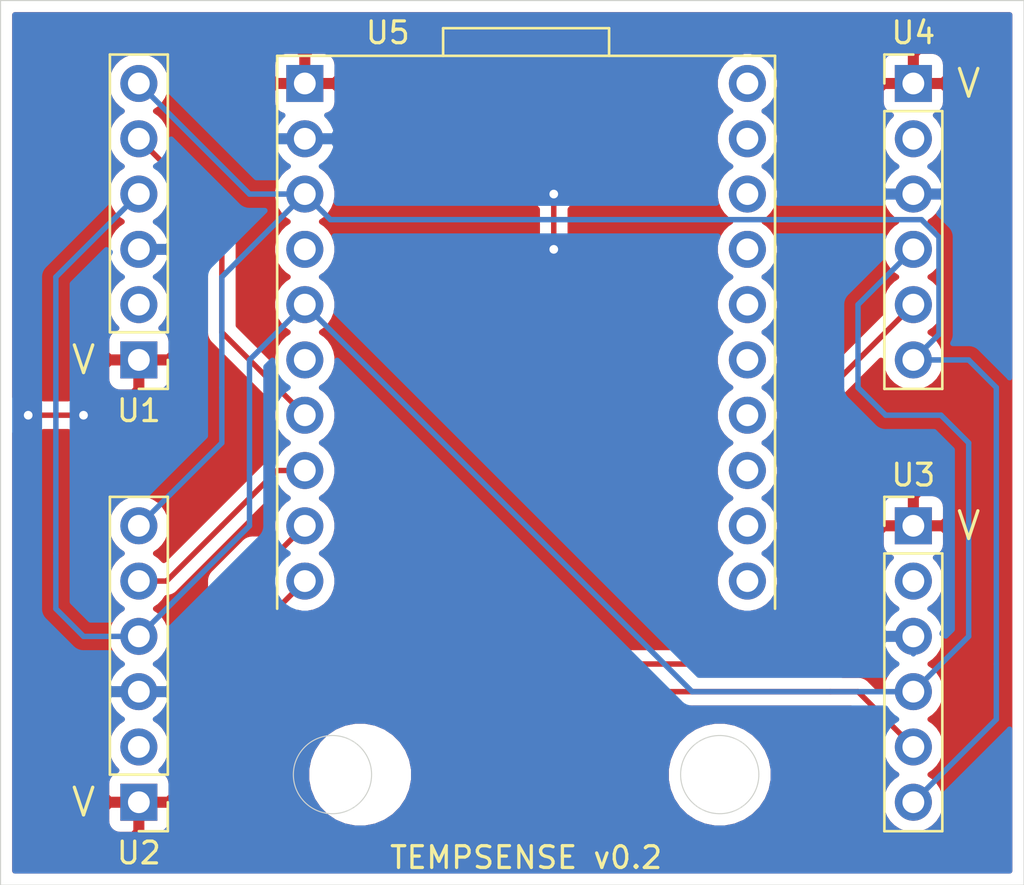
<source format=kicad_pcb>
(kicad_pcb (version 20171130) (host pcbnew "(5.1.6-0-10_14)")

  (general
    (thickness 1.6)
    (drawings 7)
    (tracks 62)
    (zones 0)
    (modules 5)
    (nets 25)
  )

  (page A4)
  (layers
    (0 F.Cu signal)
    (31 B.Cu signal)
    (32 B.Adhes user)
    (33 F.Adhes user)
    (34 B.Paste user)
    (35 F.Paste user)
    (36 B.SilkS user)
    (37 F.SilkS user)
    (38 B.Mask user)
    (39 F.Mask user)
    (40 Dwgs.User user)
    (41 Cmts.User user)
    (42 Eco1.User user)
    (43 Eco2.User user)
    (44 Edge.Cuts user)
    (45 Margin user)
    (46 B.CrtYd user)
    (47 F.CrtYd user)
    (48 B.Fab user)
    (49 F.Fab user)
  )

  (setup
    (last_trace_width 0.25)
    (trace_clearance 0.2)
    (zone_clearance 0.508)
    (zone_45_only no)
    (trace_min 0.2)
    (via_size 0.8)
    (via_drill 0.4)
    (via_min_size 0.4)
    (via_min_drill 0.3)
    (uvia_size 0.3)
    (uvia_drill 0.1)
    (uvias_allowed no)
    (uvia_min_size 0.2)
    (uvia_min_drill 0.1)
    (edge_width 0.05)
    (segment_width 0.2)
    (pcb_text_width 0.3)
    (pcb_text_size 1.5 1.5)
    (mod_edge_width 0.12)
    (mod_text_size 1 1)
    (mod_text_width 0.15)
    (pad_size 1.524 1.524)
    (pad_drill 0.762)
    (pad_to_mask_clearance 0.05)
    (aux_axis_origin 0 0)
    (visible_elements FFFFFF7F)
    (pcbplotparams
      (layerselection 0x010fc_ffffffff)
      (usegerberextensions false)
      (usegerberattributes true)
      (usegerberadvancedattributes true)
      (creategerberjobfile true)
      (excludeedgelayer true)
      (linewidth 0.100000)
      (plotframeref false)
      (viasonmask false)
      (mode 1)
      (useauxorigin false)
      (hpglpennumber 1)
      (hpglpenspeed 20)
      (hpglpendiameter 15.000000)
      (psnegative false)
      (psa4output false)
      (plotreference true)
      (plotvalue true)
      (plotinvisibletext false)
      (padsonsilk false)
      (subtractmaskfromsilk false)
      (outputformat 1)
      (mirror false)
      (drillshape 1)
      (scaleselection 1)
      (outputdirectory ""))
  )

  (net 0 "")
  (net 1 +5V)
  (net 2 "Net-(U1-Pad2)")
  (net 3 GND)
  (net 4 MISO)
  (net 5 "Net-(U1-Pad5)")
  (net 6 CLK)
  (net 7 "Net-(U2-Pad5)")
  (net 8 "Net-(U2-Pad2)")
  (net 9 "Net-(U4-Pad2)")
  (net 10 "Net-(U3-Pad2)")
  (net 11 "Net-(U3-Pad5)")
  (net 12 "Net-(U4-Pad5)")
  (net 13 "Net-(U5-Pad11)")
  (net 14 "Net-(U5-Pad12)")
  (net 15 "Net-(U5-Pad13)")
  (net 16 "Net-(U5-Pad4)")
  (net 17 "Net-(U5-Pad14)")
  (net 18 "Net-(U5-Pad15)")
  (net 19 "Net-(U5-Pad6)")
  (net 20 "Net-(U5-Pad16)")
  (net 21 "Net-(U5-Pad17)")
  (net 22 "Net-(U5-Pad18)")
  (net 23 "Net-(U5-Pad19)")
  (net 24 "Net-(U5-Pad20)")

  (net_class Default "This is the default net class."
    (clearance 0.2)
    (trace_width 0.25)
    (via_dia 0.8)
    (via_drill 0.4)
    (uvia_dia 0.3)
    (uvia_drill 0.1)
    (add_net +5V)
    (add_net CLK)
    (add_net GND)
    (add_net MISO)
    (add_net "Net-(U1-Pad2)")
    (add_net "Net-(U1-Pad5)")
    (add_net "Net-(U2-Pad2)")
    (add_net "Net-(U2-Pad5)")
    (add_net "Net-(U3-Pad2)")
    (add_net "Net-(U3-Pad5)")
    (add_net "Net-(U4-Pad2)")
    (add_net "Net-(U4-Pad5)")
    (add_net "Net-(U5-Pad11)")
    (add_net "Net-(U5-Pad12)")
    (add_net "Net-(U5-Pad13)")
    (add_net "Net-(U5-Pad14)")
    (add_net "Net-(U5-Pad15)")
    (add_net "Net-(U5-Pad16)")
    (add_net "Net-(U5-Pad17)")
    (add_net "Net-(U5-Pad18)")
    (add_net "Net-(U5-Pad19)")
    (add_net "Net-(U5-Pad20)")
    (add_net "Net-(U5-Pad4)")
    (add_net "Net-(U5-Pad6)")
  )

  (module TEMPSENSE:FT232H-socket (layer F.Cu) (tedit 5F0C98CD) (tstamp 5F07AD86)
    (at 317.5 205.74)
    (descr "20-lead though-hole mounted DIP package, row spacing 7.62 mm (300 mils), Socket")
    (tags "THT DIP DIL PDIP 2.54mm 7.62mm 300mil Socket")
    (path /5F04E877)
    (fp_text reference U5 (at 3.81 -2.33) (layer F.SilkS)
      (effects (font (size 1 1) (thickness 0.15)))
    )
    (fp_text value FT232H (at 3.81 25.19) (layer F.Fab)
      (effects (font (size 1 1) (thickness 0.15)))
    )
    (fp_line (start -1.27 24.13) (end -1.27 -1.27) (layer Dwgs.User) (width 0.12))
    (fp_line (start 21.59 24.13) (end -1.27 24.13) (layer Dwgs.User) (width 0.12))
    (fp_line (start 21.59 -1.27) (end 21.59 24.13) (layer Dwgs.User) (width 0.12))
    (fp_line (start -1.27 -1.27) (end 21.59 -1.27) (layer Dwgs.User) (width 0.12))
    (fp_line (start 13.97 -2.54) (end 13.97 -1.27) (layer F.SilkS) (width 0.12))
    (fp_line (start 6.35 -2.54) (end 6.35 -1.27) (layer F.SilkS) (width 0.12))
    (fp_line (start 6.35 -2.54) (end 13.97 -2.54) (layer F.SilkS) (width 0.12))
    (fp_line (start -1.55 24.45) (end -1.55 -1.6) (layer F.CrtYd) (width 0.12))
    (fp_line (start 21.59 24.45) (end -1.55 24.45) (layer F.CrtYd) (width 0.12))
    (fp_line (start 21.59 -1.6) (end 21.59 24.45) (layer F.CrtYd) (width 0.12))
    (fp_line (start -1.55 -1.6) (end 21.59 -1.6) (layer F.CrtYd) (width 0.12))
    (fp_line (start 21.59 24.19) (end 21.59 -1.33) (layer F.Fab) (width 0.1))
    (fp_line (start -1.55 -1.6) (end -1.55 24.45) (layer F.CrtYd) (width 0.05))
    (fp_line (start -1.55 24.45) (end 9.15 24.45) (layer F.CrtYd) (width 0.05))
    (fp_line (start 21.59 24.45) (end 21.59 -1.6) (layer F.CrtYd) (width 0.05))
    (fp_line (start 9.15 -1.6) (end -1.55 -1.6) (layer F.CrtYd) (width 0.05))
    (fp_line (start -1.27 24.13) (end -1.27 -1.27) (layer F.SilkS) (width 0.12))
    (fp_line (start -1.27 -1.27) (end 21.59 -1.27) (layer F.SilkS) (width 0.12))
    (fp_line (start 21.59 -1.27) (end 21.59 24.13) (layer F.SilkS) (width 0.12))
    (fp_text user %R (at 3.81 11.43) (layer F.Fab)
      (effects (font (size 1 1) (thickness 0.15)))
    )
    (pad 20 thru_hole oval (at 20.32 0) (size 1.7 1.7) (drill 1) (layers *.Cu *.Mask)
      (net 24 "Net-(U5-Pad20)"))
    (pad 10 thru_hole oval (at 0 22.86) (size 1.7 1.7) (drill 1) (layers *.Cu *.Mask)
      (net 12 "Net-(U4-Pad5)"))
    (pad 19 thru_hole oval (at 20.32 2.54) (size 1.7 1.7) (drill 1) (layers *.Cu *.Mask)
      (net 23 "Net-(U5-Pad19)"))
    (pad 9 thru_hole oval (at 0 20.32) (size 1.7 1.7) (drill 1) (layers *.Cu *.Mask)
      (net 11 "Net-(U3-Pad5)"))
    (pad 18 thru_hole oval (at 20.32 5.08) (size 1.7 1.7) (drill 1) (layers *.Cu *.Mask)
      (net 22 "Net-(U5-Pad18)"))
    (pad 8 thru_hole oval (at 0 17.78) (size 1.7 1.7) (drill 1) (layers *.Cu *.Mask)
      (net 7 "Net-(U2-Pad5)"))
    (pad 17 thru_hole oval (at 20.32 7.62) (size 1.7 1.7) (drill 1) (layers *.Cu *.Mask)
      (net 21 "Net-(U5-Pad17)"))
    (pad 7 thru_hole oval (at 0 15.24) (size 1.7 1.7) (drill 1) (layers *.Cu *.Mask)
      (net 5 "Net-(U1-Pad5)"))
    (pad 16 thru_hole oval (at 20.32 10.16) (size 1.7 1.7) (drill 1) (layers *.Cu *.Mask)
      (net 20 "Net-(U5-Pad16)"))
    (pad 6 thru_hole oval (at 0 12.7) (size 1.7 1.7) (drill 1) (layers *.Cu *.Mask)
      (net 19 "Net-(U5-Pad6)"))
    (pad 15 thru_hole oval (at 20.32 12.7) (size 1.7 1.7) (drill 1) (layers *.Cu *.Mask)
      (net 18 "Net-(U5-Pad15)"))
    (pad 5 thru_hole oval (at 0 10.16) (size 1.7 1.7) (drill 1) (layers *.Cu *.Mask)
      (net 4 MISO))
    (pad 14 thru_hole oval (at 20.32 15.24) (size 1.7 1.7) (drill 1) (layers *.Cu *.Mask)
      (net 17 "Net-(U5-Pad14)"))
    (pad 4 thru_hole oval (at 0 7.62) (size 1.7 1.7) (drill 1) (layers *.Cu *.Mask)
      (net 16 "Net-(U5-Pad4)"))
    (pad 13 thru_hole oval (at 20.32 17.78) (size 1.7 1.7) (drill 1) (layers *.Cu *.Mask)
      (net 15 "Net-(U5-Pad13)"))
    (pad 3 thru_hole oval (at 0 5.08) (size 1.7 1.7) (drill 1) (layers *.Cu *.Mask)
      (net 6 CLK))
    (pad 12 thru_hole oval (at 20.32 20.32) (size 1.7 1.7) (drill 1) (layers *.Cu *.Mask)
      (net 14 "Net-(U5-Pad12)"))
    (pad 2 thru_hole oval (at 0 2.54) (size 1.7 1.7) (drill 1) (layers *.Cu *.Mask)
      (net 3 GND))
    (pad 11 thru_hole oval (at 20.32 22.86) (size 1.7 1.7) (drill 1) (layers *.Cu *.Mask)
      (net 13 "Net-(U5-Pad11)"))
    (pad 1 thru_hole rect (at 0 0) (size 1.7 1.7) (drill 1) (layers *.Cu *.Mask)
      (net 1 +5V))
    (model ${KISYS3DMOD}/Package_DIP.3dshapes/DIP-20_W7.62mm_Socket.wrl
      (at (xyz 0 0 0))
      (scale (xyz 1 1 1))
      (rotate (xyz 0 0 0))
    )
  )

  (module TEMPSENSE:Max-31855-board (layer F.Cu) (tedit 5F0C9454) (tstamp 5F07B0BB)
    (at 309.88 238.76 180)
    (descr "Through hole straight pin header, 1x06, 2.54mm pitch, single row")
    (tags "Through hole pin header THT 1x06 2.54mm single row")
    (path /5F04AF18)
    (fp_text reference U2 (at 0 -2.33) (layer F.SilkS)
      (effects (font (size 1 1) (thickness 0.15)))
    )
    (fp_text value MAX31855 (at 0 15.03) (layer F.Fab)
      (effects (font (size 1 1) (thickness 0.15)))
    )
    (fp_line (start -0.635 -1.27) (end 1.27 -1.27) (layer F.Fab) (width 0.1))
    (fp_line (start 1.27 -1.27) (end 1.27 13.97) (layer F.Fab) (width 0.1))
    (fp_line (start 1.27 13.97) (end -1.27 13.97) (layer F.Fab) (width 0.1))
    (fp_line (start -1.27 13.97) (end -1.27 -0.635) (layer F.Fab) (width 0.1))
    (fp_line (start -1.27 -0.635) (end -0.635 -1.27) (layer F.Fab) (width 0.1))
    (fp_line (start -1.33 14.03) (end 1.33 14.03) (layer F.SilkS) (width 0.12))
    (fp_line (start -1.33 1.27) (end -1.33 14.03) (layer F.SilkS) (width 0.12))
    (fp_line (start 1.33 1.27) (end 1.33 14.03) (layer F.SilkS) (width 0.12))
    (fp_line (start -1.33 1.27) (end 1.33 1.27) (layer F.SilkS) (width 0.12))
    (fp_line (start -1.33 0) (end -1.33 -1.33) (layer F.SilkS) (width 0.12))
    (fp_line (start -1.33 -1.33) (end 0 -1.33) (layer F.SilkS) (width 0.12))
    (fp_line (start -1.8 -1.8) (end -1.8 14.5) (layer F.CrtYd) (width 0.05))
    (fp_line (start -1.8 14.5) (end 1.8 14.5) (layer F.CrtYd) (width 0.05))
    (fp_line (start 1.8 14.5) (end 1.8 -1.8) (layer F.CrtYd) (width 0.05))
    (fp_line (start 1.8 -1.8) (end -1.8 -1.8) (layer F.CrtYd) (width 0.05))
    (fp_text user V (at 2.54 0) (layer F.SilkS)
      (effects (font (size 1.27 1.27) (thickness 0.15)))
    )
    (fp_text user %R (at 0 6.35 90) (layer F.Fab)
      (effects (font (size 1 1) (thickness 0.15)))
    )
    (pad 6 thru_hole oval (at 0 12.7 180) (size 1.7 1.7) (drill 1) (layers *.Cu *.Mask)
      (net 6 CLK))
    (pad 5 thru_hole oval (at 0 10.16 180) (size 1.7 1.7) (drill 1) (layers *.Cu *.Mask)
      (net 7 "Net-(U2-Pad5)"))
    (pad 4 thru_hole oval (at 0 7.62 180) (size 1.7 1.7) (drill 1) (layers *.Cu *.Mask)
      (net 4 MISO))
    (pad 3 thru_hole oval (at 0 5.08 180) (size 1.7 1.7) (drill 1) (layers *.Cu *.Mask)
      (net 3 GND))
    (pad 2 thru_hole oval (at 0 2.54 180) (size 1.7 1.7) (drill 1) (layers *.Cu *.Mask)
      (net 8 "Net-(U2-Pad2)"))
    (pad 1 thru_hole rect (at 0 0 180) (size 1.7 1.7) (drill 1) (layers *.Cu *.Mask)
      (net 1 +5V))
    (model ${KISYS3DMOD}/Connector_PinHeader_2.54mm.3dshapes/PinHeader_1x06_P2.54mm_Vertical.wrl
      (at (xyz 0 0 0))
      (scale (xyz 1 1 1))
      (rotate (xyz 0 0 0))
    )
  )

  (module TEMPSENSE:Max-31855-board (layer F.Cu) (tedit 5F0C9454) (tstamp 5F07A99F)
    (at 309.88 218.44 180)
    (descr "Through hole straight pin header, 1x06, 2.54mm pitch, single row")
    (tags "Through hole pin header THT 1x06 2.54mm single row")
    (path /5F04AC2E)
    (fp_text reference U1 (at 0 -2.33) (layer F.SilkS)
      (effects (font (size 1 1) (thickness 0.15)))
    )
    (fp_text value MAX31855 (at 0 15.03) (layer F.Fab)
      (effects (font (size 1 1) (thickness 0.15)))
    )
    (fp_line (start -0.635 -1.27) (end 1.27 -1.27) (layer F.Fab) (width 0.1))
    (fp_line (start 1.27 -1.27) (end 1.27 13.97) (layer F.Fab) (width 0.1))
    (fp_line (start 1.27 13.97) (end -1.27 13.97) (layer F.Fab) (width 0.1))
    (fp_line (start -1.27 13.97) (end -1.27 -0.635) (layer F.Fab) (width 0.1))
    (fp_line (start -1.27 -0.635) (end -0.635 -1.27) (layer F.Fab) (width 0.1))
    (fp_line (start -1.33 14.03) (end 1.33 14.03) (layer F.SilkS) (width 0.12))
    (fp_line (start -1.33 1.27) (end -1.33 14.03) (layer F.SilkS) (width 0.12))
    (fp_line (start 1.33 1.27) (end 1.33 14.03) (layer F.SilkS) (width 0.12))
    (fp_line (start -1.33 1.27) (end 1.33 1.27) (layer F.SilkS) (width 0.12))
    (fp_line (start -1.33 0) (end -1.33 -1.33) (layer F.SilkS) (width 0.12))
    (fp_line (start -1.33 -1.33) (end 0 -1.33) (layer F.SilkS) (width 0.12))
    (fp_line (start -1.8 -1.8) (end -1.8 14.5) (layer F.CrtYd) (width 0.05))
    (fp_line (start -1.8 14.5) (end 1.8 14.5) (layer F.CrtYd) (width 0.05))
    (fp_line (start 1.8 14.5) (end 1.8 -1.8) (layer F.CrtYd) (width 0.05))
    (fp_line (start 1.8 -1.8) (end -1.8 -1.8) (layer F.CrtYd) (width 0.05))
    (fp_text user V (at 2.54 0) (layer F.SilkS)
      (effects (font (size 1.27 1.27) (thickness 0.15)))
    )
    (fp_text user %R (at 0 6.35 180) (layer F.Fab)
      (effects (font (size 1 1) (thickness 0.15)))
    )
    (pad 6 thru_hole oval (at 0 12.7 180) (size 1.7 1.7) (drill 1) (layers *.Cu *.Mask)
      (net 6 CLK))
    (pad 5 thru_hole oval (at 0 10.16 180) (size 1.7 1.7) (drill 1) (layers *.Cu *.Mask)
      (net 5 "Net-(U1-Pad5)"))
    (pad 4 thru_hole oval (at 0 7.62 180) (size 1.7 1.7) (drill 1) (layers *.Cu *.Mask)
      (net 4 MISO))
    (pad 3 thru_hole oval (at 0 5.08 180) (size 1.7 1.7) (drill 1) (layers *.Cu *.Mask)
      (net 3 GND))
    (pad 2 thru_hole oval (at 0 2.54 180) (size 1.7 1.7) (drill 1) (layers *.Cu *.Mask)
      (net 2 "Net-(U1-Pad2)"))
    (pad 1 thru_hole rect (at 0 0 180) (size 1.7 1.7) (drill 1) (layers *.Cu *.Mask)
      (net 1 +5V))
    (model ${KISYS3DMOD}/Connector_PinHeader_2.54mm.3dshapes/PinHeader_1x06_P2.54mm_Vertical.wrl
      (at (xyz 0 0 0))
      (scale (xyz 1 1 1))
      (rotate (xyz 0 0 0))
    )
  )

  (module TEMPSENSE:Max-31855-board (layer F.Cu) (tedit 5F0C9454) (tstamp 5F07A9D7)
    (at 345.44 226.06)
    (descr "Through hole straight pin header, 1x06, 2.54mm pitch, single row")
    (tags "Through hole pin header THT 1x06 2.54mm single row")
    (path /5F04B0BE)
    (fp_text reference U3 (at 0 -2.33) (layer F.SilkS)
      (effects (font (size 1 1) (thickness 0.15)))
    )
    (fp_text value MAX31855 (at 0 15.03) (layer F.Fab)
      (effects (font (size 1 1) (thickness 0.15)))
    )
    (fp_line (start -0.635 -1.27) (end 1.27 -1.27) (layer F.Fab) (width 0.1))
    (fp_line (start 1.27 -1.27) (end 1.27 13.97) (layer F.Fab) (width 0.1))
    (fp_line (start 1.27 13.97) (end -1.27 13.97) (layer F.Fab) (width 0.1))
    (fp_line (start -1.27 13.97) (end -1.27 -0.635) (layer F.Fab) (width 0.1))
    (fp_line (start -1.27 -0.635) (end -0.635 -1.27) (layer F.Fab) (width 0.1))
    (fp_line (start -1.33 14.03) (end 1.33 14.03) (layer F.SilkS) (width 0.12))
    (fp_line (start -1.33 1.27) (end -1.33 14.03) (layer F.SilkS) (width 0.12))
    (fp_line (start 1.33 1.27) (end 1.33 14.03) (layer F.SilkS) (width 0.12))
    (fp_line (start -1.33 1.27) (end 1.33 1.27) (layer F.SilkS) (width 0.12))
    (fp_line (start -1.33 0) (end -1.33 -1.33) (layer F.SilkS) (width 0.12))
    (fp_line (start -1.33 -1.33) (end 0 -1.33) (layer F.SilkS) (width 0.12))
    (fp_line (start -1.8 -1.8) (end -1.8 14.5) (layer F.CrtYd) (width 0.05))
    (fp_line (start -1.8 14.5) (end 1.8 14.5) (layer F.CrtYd) (width 0.05))
    (fp_line (start 1.8 14.5) (end 1.8 -1.8) (layer F.CrtYd) (width 0.05))
    (fp_line (start 1.8 -1.8) (end -1.8 -1.8) (layer F.CrtYd) (width 0.05))
    (fp_text user V (at 2.54 0) (layer F.SilkS)
      (effects (font (size 1.27 1.27) (thickness 0.15)))
    )
    (fp_text user %R (at 0 6.35 90) (layer F.Fab)
      (effects (font (size 1 1) (thickness 0.15)))
    )
    (pad 6 thru_hole oval (at 0 12.7) (size 1.7 1.7) (drill 1) (layers *.Cu *.Mask)
      (net 6 CLK))
    (pad 5 thru_hole oval (at 0 10.16) (size 1.7 1.7) (drill 1) (layers *.Cu *.Mask)
      (net 11 "Net-(U3-Pad5)"))
    (pad 4 thru_hole oval (at 0 7.62) (size 1.7 1.7) (drill 1) (layers *.Cu *.Mask)
      (net 4 MISO))
    (pad 3 thru_hole oval (at 0 5.08) (size 1.7 1.7) (drill 1) (layers *.Cu *.Mask)
      (net 3 GND))
    (pad 2 thru_hole oval (at 0 2.54) (size 1.7 1.7) (drill 1) (layers *.Cu *.Mask)
      (net 10 "Net-(U3-Pad2)"))
    (pad 1 thru_hole rect (at 0 0) (size 1.7 1.7) (drill 1) (layers *.Cu *.Mask)
      (net 1 +5V))
    (model ${KISYS3DMOD}/Connector_PinHeader_2.54mm.3dshapes/PinHeader_1x06_P2.54mm_Vertical.wrl
      (at (xyz 0 0 0))
      (scale (xyz 1 1 1))
      (rotate (xyz 0 0 0))
    )
  )

  (module TEMPSENSE:Max-31855-board (layer F.Cu) (tedit 5F0C9454) (tstamp 5F07A9F3)
    (at 345.44 205.74)
    (descr "Through hole straight pin header, 1x06, 2.54mm pitch, single row")
    (tags "Through hole pin header THT 1x06 2.54mm single row")
    (path /5F04B7B2)
    (fp_text reference U4 (at 0 -2.33) (layer F.SilkS)
      (effects (font (size 1 1) (thickness 0.15)))
    )
    (fp_text value MAX31855 (at 0 15.03) (layer F.Fab)
      (effects (font (size 1 1) (thickness 0.15)))
    )
    (fp_line (start -0.635 -1.27) (end 1.27 -1.27) (layer F.Fab) (width 0.1))
    (fp_line (start 1.27 -1.27) (end 1.27 13.97) (layer F.Fab) (width 0.1))
    (fp_line (start 1.27 13.97) (end -1.27 13.97) (layer F.Fab) (width 0.1))
    (fp_line (start -1.27 13.97) (end -1.27 -0.635) (layer F.Fab) (width 0.1))
    (fp_line (start -1.27 -0.635) (end -0.635 -1.27) (layer F.Fab) (width 0.1))
    (fp_line (start -1.33 14.03) (end 1.33 14.03) (layer F.SilkS) (width 0.12))
    (fp_line (start -1.33 1.27) (end -1.33 14.03) (layer F.SilkS) (width 0.12))
    (fp_line (start 1.33 1.27) (end 1.33 14.03) (layer F.SilkS) (width 0.12))
    (fp_line (start -1.33 1.27) (end 1.33 1.27) (layer F.SilkS) (width 0.12))
    (fp_line (start -1.33 0) (end -1.33 -1.33) (layer F.SilkS) (width 0.12))
    (fp_line (start -1.33 -1.33) (end 0 -1.33) (layer F.SilkS) (width 0.12))
    (fp_line (start -1.8 -1.8) (end -1.8 14.5) (layer F.CrtYd) (width 0.05))
    (fp_line (start -1.8 14.5) (end 1.8 14.5) (layer F.CrtYd) (width 0.05))
    (fp_line (start 1.8 14.5) (end 1.8 -1.8) (layer F.CrtYd) (width 0.05))
    (fp_line (start 1.8 -1.8) (end -1.8 -1.8) (layer F.CrtYd) (width 0.05))
    (fp_text user V (at 2.54 0) (layer F.SilkS)
      (effects (font (size 1.27 1.27) (thickness 0.15)))
    )
    (fp_text user %R (at 0 6.35 90) (layer F.Fab)
      (effects (font (size 1 1) (thickness 0.15)))
    )
    (pad 6 thru_hole oval (at 0 12.7) (size 1.7 1.7) (drill 1) (layers *.Cu *.Mask)
      (net 6 CLK))
    (pad 5 thru_hole oval (at 0 10.16) (size 1.7 1.7) (drill 1) (layers *.Cu *.Mask)
      (net 12 "Net-(U4-Pad5)"))
    (pad 4 thru_hole oval (at 0 7.62) (size 1.7 1.7) (drill 1) (layers *.Cu *.Mask)
      (net 4 MISO))
    (pad 3 thru_hole oval (at 0 5.08) (size 1.7 1.7) (drill 1) (layers *.Cu *.Mask)
      (net 3 GND))
    (pad 2 thru_hole oval (at 0 2.54) (size 1.7 1.7) (drill 1) (layers *.Cu *.Mask)
      (net 9 "Net-(U4-Pad2)"))
    (pad 1 thru_hole rect (at 0 0) (size 1.7 1.7) (drill 1) (layers *.Cu *.Mask)
      (net 1 +5V))
    (model ${KISYS3DMOD}/Connector_PinHeader_2.54mm.3dshapes/PinHeader_1x06_P2.54mm_Vertical.wrl
      (at (xyz 0 0 0))
      (scale (xyz 1 1 1))
      (rotate (xyz 0 0 0))
    )
  )

  (gr_text "TEMPSENSE v0.2" (at 327.66 241.3) (layer F.SilkS)
    (effects (font (size 1 1) (thickness 0.15)))
  )
  (gr_circle (center 336.55 237.49) (end 335.28 236.22) (layer Edge.Cuts) (width 0.05))
  (gr_circle (center 318.77 237.49) (end 320.04 236.22) (layer Edge.Cuts) (width 0.05) (tstamp 5F0DFA15))
  (gr_line (start 350.52 201.93) (end 303.53 201.93) (layer Edge.Cuts) (width 0.05) (tstamp 5F07B193))
  (gr_line (start 350.52 242.57) (end 350.52 201.93) (layer Edge.Cuts) (width 0.05))
  (gr_line (start 303.53 242.57) (end 350.52 242.57) (layer Edge.Cuts) (width 0.05))
  (gr_line (start 303.53 201.93) (end 303.53 242.57) (layer Edge.Cuts) (width 0.05))

  (via (at 328.93 210.82) (size 0.8) (drill 0.4) (layers F.Cu B.Cu) (net 3))
  (via (at 328.93 213.36) (size 0.8) (drill 0.4) (layers F.Cu B.Cu) (net 3))
  (segment (start 328.93 210.82) (end 328.93 213.36) (width 0.25) (layer F.Cu) (net 3))
  (segment (start 307.34 220.98) (end 304.8 220.98) (width 0.25) (layer F.Cu) (net 3))
  (via (at 307.34 220.98) (size 0.8) (drill 0.4) (layers F.Cu B.Cu) (net 3))
  (via (at 304.8 220.98) (size 0.8) (drill 0.4) (layers F.Cu B.Cu) (net 3))
  (segment (start 345.44 231.940998) (end 345.44 231.14) (width 0.25) (layer B.Cu) (net 3))
  (segment (start 306.07 214.63) (end 309.88 210.82) (width 0.25) (layer B.Cu) (net 4))
  (segment (start 306.07 227.33) (end 306.07 214.63) (width 0.25) (layer B.Cu) (net 4))
  (segment (start 314.96 218.44) (end 314.96 223.52) (width 0.25) (layer B.Cu) (net 4))
  (segment (start 317.5 215.9) (end 314.96 218.44) (width 0.25) (layer B.Cu) (net 4))
  (segment (start 317.5 215.9) (end 332.74 231.14) (width 0.25) (layer B.Cu) (net 4))
  (segment (start 342.9 215.9) (end 345.44 213.36) (width 0.25) (layer B.Cu) (net 4))
  (segment (start 347.98 222.25) (end 346.71 220.98) (width 0.25) (layer B.Cu) (net 4))
  (segment (start 344.17 220.98) (end 342.9 219.71) (width 0.25) (layer B.Cu) (net 4))
  (segment (start 346.71 220.98) (end 344.17 220.98) (width 0.25) (layer B.Cu) (net 4))
  (segment (start 342.9 219.71) (end 342.9 215.9) (width 0.25) (layer B.Cu) (net 4))
  (segment (start 347.98 228.6) (end 347.98 222.25) (width 0.25) (layer B.Cu) (net 4))
  (segment (start 314.96 226.06) (end 309.88 231.14) (width 0.25) (layer B.Cu) (net 4))
  (segment (start 314.96 223.52) (end 314.96 226.06) (width 0.25) (layer B.Cu) (net 4))
  (segment (start 309.88 231.14) (end 307.34 231.14) (width 0.25) (layer B.Cu) (net 4))
  (segment (start 306.07 229.87) (end 306.07 227.33) (width 0.25) (layer B.Cu) (net 4))
  (segment (start 307.34 231.14) (end 306.07 229.87) (width 0.25) (layer B.Cu) (net 4))
  (segment (start 347.98 228.6) (end 347.98 231.14) (width 0.25) (layer B.Cu) (net 4))
  (segment (start 347.98 231.14) (end 345.44 233.68) (width 0.25) (layer B.Cu) (net 4))
  (segment (start 332.74 231.14) (end 335.28 233.68) (width 0.25) (layer B.Cu) (net 4))
  (segment (start 335.28 233.68) (end 345.44 233.68) (width 0.25) (layer B.Cu) (net 4))
  (segment (start 317.5 220.98) (end 313.69 217.17) (width 0.25) (layer F.Cu) (net 5))
  (segment (start 313.69 212.09) (end 309.88 208.28) (width 0.25) (layer F.Cu) (net 5))
  (segment (start 313.69 217.17) (end 313.69 212.09) (width 0.25) (layer F.Cu) (net 5))
  (segment (start 345.44 218.44) (end 347.98 218.44) (width 0.25) (layer B.Cu) (net 6))
  (segment (start 347.98 218.44) (end 349.25 219.71) (width 0.25) (layer B.Cu) (net 6))
  (segment (start 313.69 214.63) (end 313.69 219.71) (width 0.25) (layer B.Cu) (net 6))
  (segment (start 317.5 210.82) (end 313.69 214.63) (width 0.25) (layer B.Cu) (net 6))
  (segment (start 349.25 219.71) (end 349.25 232.41) (width 0.25) (layer B.Cu) (net 6))
  (segment (start 314.96 210.82) (end 309.88 205.74) (width 0.25) (layer B.Cu) (net 6))
  (segment (start 317.5 210.82) (end 314.96 210.82) (width 0.25) (layer B.Cu) (net 6))
  (segment (start 318.675001 211.995001) (end 317.5 210.82) (width 0.25) (layer B.Cu) (net 6))
  (segment (start 346.615001 212.795999) (end 345.814003 211.995001) (width 0.25) (layer B.Cu) (net 6))
  (segment (start 345.814003 211.995001) (end 318.675001 211.995001) (width 0.25) (layer B.Cu) (net 6))
  (segment (start 346.615001 217.264999) (end 346.615001 212.795999) (width 0.25) (layer B.Cu) (net 6))
  (segment (start 345.44 218.44) (end 346.615001 217.264999) (width 0.25) (layer B.Cu) (net 6))
  (segment (start 313.69 219.71) (end 313.69 222.25) (width 0.25) (layer B.Cu) (net 6))
  (segment (start 313.69 222.25) (end 309.88 226.06) (width 0.25) (layer B.Cu) (net 6))
  (segment (start 349.25 232.41) (end 349.25 234.95) (width 0.25) (layer B.Cu) (net 6))
  (segment (start 349.25 234.95) (end 345.44 238.76) (width 0.25) (layer B.Cu) (net 6))
  (segment (start 317.5 223.52) (end 316.23 223.52) (width 0.25) (layer F.Cu) (net 7))
  (segment (start 316.23 223.52) (end 313.69 226.06) (width 0.25) (layer F.Cu) (net 7))
  (segment (start 313.69 226.06) (end 311.15 228.6) (width 0.25) (layer F.Cu) (net 7))
  (segment (start 311.15 228.6) (end 309.88 228.6) (width 0.25) (layer F.Cu) (net 7))
  (segment (start 316.374999 227.185001) (end 315.104999 227.185001) (width 0.25) (layer F.Cu) (net 11))
  (segment (start 317.5 226.06) (end 316.374999 227.185001) (width 0.25) (layer F.Cu) (net 11))
  (segment (start 315.104999 227.185001) (end 313.69 228.6) (width 0.25) (layer F.Cu) (net 11))
  (segment (start 313.69 228.6) (end 313.69 233.68) (width 0.25) (layer F.Cu) (net 11))
  (segment (start 342.9 233.68) (end 345.44 236.22) (width 0.25) (layer F.Cu) (net 11))
  (segment (start 341.63 233.68) (end 342.9 233.68) (width 0.25) (layer F.Cu) (net 11))
  (segment (start 313.69 233.68) (end 341.63 233.68) (width 0.25) (layer F.Cu) (net 11))
  (segment (start 317.5 228.6) (end 314.96 231.14) (width 0.25) (layer F.Cu) (net 12))
  (segment (start 314.96 231.14) (end 314.96 232.41) (width 0.25) (layer F.Cu) (net 12))
  (segment (start 314.96 232.41) (end 341.63 232.41) (width 0.25) (layer F.Cu) (net 12))
  (segment (start 341.63 219.71) (end 345.44 215.9) (width 0.25) (layer F.Cu) (net 12))
  (segment (start 341.63 232.41) (end 341.63 219.71) (width 0.25) (layer F.Cu) (net 12))

  (zone (net 3) (net_name GND) (layer B.Cu) (tstamp 0) (hatch edge 0.508)
    (connect_pads (clearance 0.508))
    (min_thickness 0.254)
    (fill yes (arc_segments 32) (thermal_gap 0.508) (thermal_bridge_width 0.508))
    (polygon
      (pts
        (xy 350.52 242.57) (xy 303.53 242.57) (xy 303.53 201.93) (xy 350.52 201.93)
      )
    )
    (filled_polygon
      (pts
        (xy 349.860001 219.255294) (xy 349.790001 219.169999) (xy 349.761003 219.146201) (xy 348.543804 217.929003) (xy 348.520001 217.899999)
        (xy 348.404276 217.805026) (xy 348.272247 217.734454) (xy 348.128986 217.690997) (xy 348.017333 217.68) (xy 348.017322 217.68)
        (xy 347.98 217.676324) (xy 347.942678 217.68) (xy 347.254933 217.68) (xy 347.320547 217.557246) (xy 347.364004 217.413985)
        (xy 347.375001 217.302332) (xy 347.375001 217.302323) (xy 347.378677 217.265) (xy 347.375001 217.227677) (xy 347.375001 212.833321)
        (xy 347.378677 212.795998) (xy 347.375001 212.758675) (xy 347.375001 212.758666) (xy 347.364004 212.647013) (xy 347.320547 212.503752)
        (xy 347.249975 212.371723) (xy 347.155002 212.255998) (xy 347.126003 212.2322) (xy 346.612987 211.719183) (xy 346.711641 211.58692)
        (xy 346.836825 211.324099) (xy 346.881476 211.17689) (xy 346.760155 210.947) (xy 345.567 210.947) (xy 345.567 210.967)
        (xy 345.313 210.967) (xy 345.313 210.947) (xy 344.119845 210.947) (xy 343.998524 211.17689) (xy 344.01615 211.235001)
        (xy 339.251544 211.235001) (xy 339.305 210.96626) (xy 339.305 210.67374) (xy 339.247932 210.386842) (xy 339.13599 210.116589)
        (xy 338.973475 209.873368) (xy 338.766632 209.666525) (xy 338.59224 209.55) (xy 338.766632 209.433475) (xy 338.973475 209.226632)
        (xy 339.13599 208.983411) (xy 339.247932 208.713158) (xy 339.305 208.42626) (xy 339.305 208.13374) (xy 339.247932 207.846842)
        (xy 339.13599 207.576589) (xy 338.973475 207.333368) (xy 338.766632 207.126525) (xy 338.59224 207.01) (xy 338.766632 206.893475)
        (xy 338.973475 206.686632) (xy 339.13599 206.443411) (xy 339.247932 206.173158) (xy 339.305 205.88626) (xy 339.305 205.59374)
        (xy 339.247932 205.306842) (xy 339.13599 205.036589) (xy 339.038043 204.89) (xy 343.951928 204.89) (xy 343.951928 206.59)
        (xy 343.964188 206.714482) (xy 344.000498 206.83418) (xy 344.059463 206.944494) (xy 344.138815 207.041185) (xy 344.235506 207.120537)
        (xy 344.34582 207.179502) (xy 344.41838 207.201513) (xy 344.286525 207.333368) (xy 344.12401 207.576589) (xy 344.012068 207.846842)
        (xy 343.955 208.13374) (xy 343.955 208.42626) (xy 344.012068 208.713158) (xy 344.12401 208.983411) (xy 344.286525 209.226632)
        (xy 344.493368 209.433475) (xy 344.675534 209.555195) (xy 344.558645 209.624822) (xy 344.342412 209.819731) (xy 344.168359 210.05308)
        (xy 344.043175 210.315901) (xy 343.998524 210.46311) (xy 344.119845 210.693) (xy 345.313 210.693) (xy 345.313 210.673)
        (xy 345.567 210.673) (xy 345.567 210.693) (xy 346.760155 210.693) (xy 346.881476 210.46311) (xy 346.836825 210.315901)
        (xy 346.711641 210.05308) (xy 346.537588 209.819731) (xy 346.321355 209.624822) (xy 346.204466 209.555195) (xy 346.386632 209.433475)
        (xy 346.593475 209.226632) (xy 346.75599 208.983411) (xy 346.867932 208.713158) (xy 346.925 208.42626) (xy 346.925 208.13374)
        (xy 346.867932 207.846842) (xy 346.75599 207.576589) (xy 346.593475 207.333368) (xy 346.46162 207.201513) (xy 346.53418 207.179502)
        (xy 346.644494 207.120537) (xy 346.741185 207.041185) (xy 346.820537 206.944494) (xy 346.879502 206.83418) (xy 346.915812 206.714482)
        (xy 346.928072 206.59) (xy 346.928072 204.89) (xy 346.915812 204.765518) (xy 346.879502 204.64582) (xy 346.820537 204.535506)
        (xy 346.741185 204.438815) (xy 346.644494 204.359463) (xy 346.53418 204.300498) (xy 346.414482 204.264188) (xy 346.29 204.251928)
        (xy 344.59 204.251928) (xy 344.465518 204.264188) (xy 344.34582 204.300498) (xy 344.235506 204.359463) (xy 344.138815 204.438815)
        (xy 344.059463 204.535506) (xy 344.000498 204.64582) (xy 343.964188 204.765518) (xy 343.951928 204.89) (xy 339.038043 204.89)
        (xy 338.973475 204.793368) (xy 338.766632 204.586525) (xy 338.523411 204.42401) (xy 338.253158 204.312068) (xy 337.96626 204.255)
        (xy 337.67374 204.255) (xy 337.386842 204.312068) (xy 337.116589 204.42401) (xy 336.873368 204.586525) (xy 336.666525 204.793368)
        (xy 336.50401 205.036589) (xy 336.392068 205.306842) (xy 336.335 205.59374) (xy 336.335 205.88626) (xy 336.392068 206.173158)
        (xy 336.50401 206.443411) (xy 336.666525 206.686632) (xy 336.873368 206.893475) (xy 337.04776 207.01) (xy 336.873368 207.126525)
        (xy 336.666525 207.333368) (xy 336.50401 207.576589) (xy 336.392068 207.846842) (xy 336.335 208.13374) (xy 336.335 208.42626)
        (xy 336.392068 208.713158) (xy 336.50401 208.983411) (xy 336.666525 209.226632) (xy 336.873368 209.433475) (xy 337.04776 209.55)
        (xy 336.873368 209.666525) (xy 336.666525 209.873368) (xy 336.50401 210.116589) (xy 336.392068 210.386842) (xy 336.335 210.67374)
        (xy 336.335 210.96626) (xy 336.388456 211.235001) (xy 318.989803 211.235001) (xy 318.94121 211.186408) (xy 318.985 210.96626)
        (xy 318.985 210.67374) (xy 318.927932 210.386842) (xy 318.81599 210.116589) (xy 318.653475 209.873368) (xy 318.446632 209.666525)
        (xy 318.264466 209.544805) (xy 318.381355 209.475178) (xy 318.597588 209.280269) (xy 318.771641 209.04692) (xy 318.896825 208.784099)
        (xy 318.941476 208.63689) (xy 318.820155 208.407) (xy 317.627 208.407) (xy 317.627 208.427) (xy 317.373 208.427)
        (xy 317.373 208.407) (xy 316.179845 208.407) (xy 316.058524 208.63689) (xy 316.103175 208.784099) (xy 316.228359 209.04692)
        (xy 316.402412 209.280269) (xy 316.618645 209.475178) (xy 316.735534 209.544805) (xy 316.553368 209.666525) (xy 316.346525 209.873368)
        (xy 316.221822 210.06) (xy 315.274802 210.06) (xy 311.321209 206.106408) (xy 311.365 205.88626) (xy 311.365 205.59374)
        (xy 311.307932 205.306842) (xy 311.19599 205.036589) (xy 311.098043 204.89) (xy 316.011928 204.89) (xy 316.011928 206.59)
        (xy 316.024188 206.714482) (xy 316.060498 206.83418) (xy 316.119463 206.944494) (xy 316.198815 207.041185) (xy 316.295506 207.120537)
        (xy 316.40582 207.179502) (xy 316.486466 207.203966) (xy 316.402412 207.279731) (xy 316.228359 207.51308) (xy 316.103175 207.775901)
        (xy 316.058524 207.92311) (xy 316.179845 208.153) (xy 317.373 208.153) (xy 317.373 208.133) (xy 317.627 208.133)
        (xy 317.627 208.153) (xy 318.820155 208.153) (xy 318.941476 207.92311) (xy 318.896825 207.775901) (xy 318.771641 207.51308)
        (xy 318.597588 207.279731) (xy 318.513534 207.203966) (xy 318.59418 207.179502) (xy 318.704494 207.120537) (xy 318.801185 207.041185)
        (xy 318.880537 206.944494) (xy 318.939502 206.83418) (xy 318.975812 206.714482) (xy 318.988072 206.59) (xy 318.988072 204.89)
        (xy 318.975812 204.765518) (xy 318.939502 204.64582) (xy 318.880537 204.535506) (xy 318.801185 204.438815) (xy 318.704494 204.359463)
        (xy 318.59418 204.300498) (xy 318.474482 204.264188) (xy 318.35 204.251928) (xy 316.65 204.251928) (xy 316.525518 204.264188)
        (xy 316.40582 204.300498) (xy 316.295506 204.359463) (xy 316.198815 204.438815) (xy 316.119463 204.535506) (xy 316.060498 204.64582)
        (xy 316.024188 204.765518) (xy 316.011928 204.89) (xy 311.098043 204.89) (xy 311.033475 204.793368) (xy 310.826632 204.586525)
        (xy 310.583411 204.42401) (xy 310.313158 204.312068) (xy 310.02626 204.255) (xy 309.73374 204.255) (xy 309.446842 204.312068)
        (xy 309.176589 204.42401) (xy 308.933368 204.586525) (xy 308.726525 204.793368) (xy 308.56401 205.036589) (xy 308.452068 205.306842)
        (xy 308.395 205.59374) (xy 308.395 205.88626) (xy 308.452068 206.173158) (xy 308.56401 206.443411) (xy 308.726525 206.686632)
        (xy 308.933368 206.893475) (xy 309.10776 207.01) (xy 308.933368 207.126525) (xy 308.726525 207.333368) (xy 308.56401 207.576589)
        (xy 308.452068 207.846842) (xy 308.395 208.13374) (xy 308.395 208.42626) (xy 308.452068 208.713158) (xy 308.56401 208.983411)
        (xy 308.726525 209.226632) (xy 308.933368 209.433475) (xy 309.10776 209.55) (xy 308.933368 209.666525) (xy 308.726525 209.873368)
        (xy 308.56401 210.116589) (xy 308.452068 210.386842) (xy 308.395 210.67374) (xy 308.395 210.96626) (xy 308.43879 211.186408)
        (xy 305.558998 214.066201) (xy 305.53 214.089999) (xy 305.506202 214.118997) (xy 305.506201 214.118998) (xy 305.435026 214.205724)
        (xy 305.364454 214.337754) (xy 305.320998 214.481015) (xy 305.306324 214.63) (xy 305.310001 214.667332) (xy 305.31 227.367332)
        (xy 305.310001 227.367342) (xy 305.31 229.832677) (xy 305.306324 229.87) (xy 305.31 229.907322) (xy 305.31 229.907332)
        (xy 305.320997 230.018985) (xy 305.357624 230.139731) (xy 305.364454 230.162246) (xy 305.435026 230.294276) (xy 305.474871 230.342826)
        (xy 305.529999 230.410001) (xy 305.559003 230.433804) (xy 306.7762 231.651002) (xy 306.799999 231.680001) (xy 306.915724 231.774974)
        (xy 307.047753 231.845546) (xy 307.191014 231.889003) (xy 307.302667 231.9) (xy 307.302676 231.9) (xy 307.339999 231.903676)
        (xy 307.377322 231.9) (xy 308.601822 231.9) (xy 308.726525 232.086632) (xy 308.933368 232.293475) (xy 309.115534 232.415195)
        (xy 308.998645 232.484822) (xy 308.782412 232.679731) (xy 308.608359 232.91308) (xy 308.483175 233.175901) (xy 308.438524 233.32311)
        (xy 308.559845 233.553) (xy 309.753 233.553) (xy 309.753 233.533) (xy 310.007 233.533) (xy 310.007 233.553)
        (xy 311.200155 233.553) (xy 311.321476 233.32311) (xy 311.276825 233.175901) (xy 311.151641 232.91308) (xy 310.977588 232.679731)
        (xy 310.761355 232.484822) (xy 310.644466 232.415195) (xy 310.826632 232.293475) (xy 311.033475 232.086632) (xy 311.19599 231.843411)
        (xy 311.307932 231.573158) (xy 311.365 231.28626) (xy 311.365 230.99374) (xy 311.321209 230.773592) (xy 315.471003 226.623799)
        (xy 315.500001 226.600001) (xy 315.587685 226.493158) (xy 315.594974 226.484277) (xy 315.665546 226.352247) (xy 315.665546 226.352246)
        (xy 315.709003 226.208986) (xy 315.72 226.097333) (xy 315.72 226.097323) (xy 315.723676 226.06) (xy 315.72 226.022677)
        (xy 315.72 218.754801) (xy 316.015 218.459801) (xy 316.015 218.58626) (xy 316.072068 218.873158) (xy 316.18401 219.143411)
        (xy 316.346525 219.386632) (xy 316.553368 219.593475) (xy 316.72776 219.71) (xy 316.553368 219.826525) (xy 316.346525 220.033368)
        (xy 316.18401 220.276589) (xy 316.072068 220.546842) (xy 316.015 220.83374) (xy 316.015 221.12626) (xy 316.072068 221.413158)
        (xy 316.18401 221.683411) (xy 316.346525 221.926632) (xy 316.553368 222.133475) (xy 316.72776 222.25) (xy 316.553368 222.366525)
        (xy 316.346525 222.573368) (xy 316.18401 222.816589) (xy 316.072068 223.086842) (xy 316.015 223.37374) (xy 316.015 223.66626)
        (xy 316.072068 223.953158) (xy 316.18401 224.223411) (xy 316.346525 224.466632) (xy 316.553368 224.673475) (xy 316.72776 224.79)
        (xy 316.553368 224.906525) (xy 316.346525 225.113368) (xy 316.18401 225.356589) (xy 316.072068 225.626842) (xy 316.015 225.91374)
        (xy 316.015 226.20626) (xy 316.072068 226.493158) (xy 316.18401 226.763411) (xy 316.346525 227.006632) (xy 316.553368 227.213475)
        (xy 316.72776 227.33) (xy 316.553368 227.446525) (xy 316.346525 227.653368) (xy 316.18401 227.896589) (xy 316.072068 228.166842)
        (xy 316.015 228.45374) (xy 316.015 228.74626) (xy 316.072068 229.033158) (xy 316.18401 229.303411) (xy 316.346525 229.546632)
        (xy 316.553368 229.753475) (xy 316.796589 229.91599) (xy 317.066842 230.027932) (xy 317.35374 230.085) (xy 317.64626 230.085)
        (xy 317.933158 230.027932) (xy 318.203411 229.91599) (xy 318.446632 229.753475) (xy 318.653475 229.546632) (xy 318.81599 229.303411)
        (xy 318.927932 229.033158) (xy 318.985 228.74626) (xy 318.985 228.45374) (xy 318.927932 228.166842) (xy 318.81599 227.896589)
        (xy 318.653475 227.653368) (xy 318.446632 227.446525) (xy 318.27224 227.33) (xy 318.446632 227.213475) (xy 318.653475 227.006632)
        (xy 318.81599 226.763411) (xy 318.927932 226.493158) (xy 318.985 226.20626) (xy 318.985 225.91374) (xy 318.927932 225.626842)
        (xy 318.81599 225.356589) (xy 318.653475 225.113368) (xy 318.446632 224.906525) (xy 318.27224 224.79) (xy 318.446632 224.673475)
        (xy 318.653475 224.466632) (xy 318.81599 224.223411) (xy 318.927932 223.953158) (xy 318.985 223.66626) (xy 318.985 223.37374)
        (xy 318.927932 223.086842) (xy 318.81599 222.816589) (xy 318.653475 222.573368) (xy 318.446632 222.366525) (xy 318.27224 222.25)
        (xy 318.446632 222.133475) (xy 318.653475 221.926632) (xy 318.81599 221.683411) (xy 318.927932 221.413158) (xy 318.985 221.12626)
        (xy 318.985 220.83374) (xy 318.927932 220.546842) (xy 318.81599 220.276589) (xy 318.653475 220.033368) (xy 318.446632 219.826525)
        (xy 318.27224 219.71) (xy 318.446632 219.593475) (xy 318.653475 219.386632) (xy 318.81599 219.143411) (xy 318.927932 218.873158)
        (xy 318.985 218.58626) (xy 318.985 218.459801) (xy 332.228997 231.703799) (xy 332.229002 231.703803) (xy 334.716205 234.191008)
        (xy 334.739999 234.220001) (xy 334.768992 234.243795) (xy 334.768996 234.243799) (xy 334.839685 234.301811) (xy 334.855724 234.314974)
        (xy 334.987753 234.385546) (xy 335.131014 234.429003) (xy 335.242667 234.44) (xy 335.242676 234.44) (xy 335.279999 234.443676)
        (xy 335.317322 234.44) (xy 344.161822 234.44) (xy 344.286525 234.626632) (xy 344.493368 234.833475) (xy 344.66776 234.95)
        (xy 344.493368 235.066525) (xy 344.286525 235.273368) (xy 344.12401 235.516589) (xy 344.012068 235.786842) (xy 343.955 236.07374)
        (xy 343.955 236.36626) (xy 344.012068 236.653158) (xy 344.12401 236.923411) (xy 344.286525 237.166632) (xy 344.493368 237.373475)
        (xy 344.66776 237.49) (xy 344.493368 237.606525) (xy 344.286525 237.813368) (xy 344.12401 238.056589) (xy 344.012068 238.326842)
        (xy 343.955 238.61374) (xy 343.955 238.90626) (xy 344.012068 239.193158) (xy 344.12401 239.463411) (xy 344.286525 239.706632)
        (xy 344.493368 239.913475) (xy 344.736589 240.07599) (xy 345.006842 240.187932) (xy 345.29374 240.245) (xy 345.58626 240.245)
        (xy 345.873158 240.187932) (xy 346.143411 240.07599) (xy 346.386632 239.913475) (xy 346.593475 239.706632) (xy 346.75599 239.463411)
        (xy 346.867932 239.193158) (xy 346.925 238.90626) (xy 346.925 238.61374) (xy 346.881209 238.393592) (xy 349.761003 235.513799)
        (xy 349.790001 235.490001) (xy 349.86 235.404707) (xy 349.86 241.91) (xy 304.19 241.91) (xy 304.19 237.91)
        (xy 308.391928 237.91) (xy 308.391928 239.61) (xy 308.404188 239.734482) (xy 308.440498 239.85418) (xy 308.499463 239.964494)
        (xy 308.578815 240.061185) (xy 308.675506 240.140537) (xy 308.78582 240.199502) (xy 308.905518 240.235812) (xy 309.03 240.248072)
        (xy 310.73 240.248072) (xy 310.854482 240.235812) (xy 310.97418 240.199502) (xy 311.084494 240.140537) (xy 311.181185 240.061185)
        (xy 311.260537 239.964494) (xy 311.319502 239.85418) (xy 311.355812 239.734482) (xy 311.368072 239.61) (xy 311.368072 237.91)
        (xy 311.355812 237.785518) (xy 311.319502 237.66582) (xy 311.260537 237.555506) (xy 311.181185 237.458815) (xy 311.084494 237.379463)
        (xy 310.97418 237.320498) (xy 310.90162 237.298487) (xy 310.952802 237.247305) (xy 317.575872 237.247305) (xy 317.575872 237.732695)
        (xy 317.670567 238.20876) (xy 317.856318 238.657202) (xy 318.125987 239.06079) (xy 318.46921 239.404013) (xy 318.872798 239.673682)
        (xy 319.32124 239.859433) (xy 319.797305 239.954128) (xy 320.282695 239.954128) (xy 320.75876 239.859433) (xy 321.207202 239.673682)
        (xy 321.61079 239.404013) (xy 321.954013 239.06079) (xy 322.223682 238.657202) (xy 322.409433 238.20876) (xy 322.504128 237.732695)
        (xy 322.504128 237.247305) (xy 334.085872 237.247305) (xy 334.085872 237.732695) (xy 334.180567 238.20876) (xy 334.366318 238.657202)
        (xy 334.635987 239.06079) (xy 334.97921 239.404013) (xy 335.382798 239.673682) (xy 335.83124 239.859433) (xy 336.307305 239.954128)
        (xy 336.792695 239.954128) (xy 337.26876 239.859433) (xy 337.717202 239.673682) (xy 338.12079 239.404013) (xy 338.464013 239.06079)
        (xy 338.733682 238.657202) (xy 338.919433 238.20876) (xy 339.014128 237.732695) (xy 339.014128 237.247305) (xy 338.919433 236.77124)
        (xy 338.733682 236.322798) (xy 338.464013 235.91921) (xy 338.12079 235.575987) (xy 337.717202 235.306318) (xy 337.26876 235.120567)
        (xy 336.792695 235.025872) (xy 336.307305 235.025872) (xy 335.83124 235.120567) (xy 335.382798 235.306318) (xy 334.97921 235.575987)
        (xy 334.635987 235.91921) (xy 334.366318 236.322798) (xy 334.180567 236.77124) (xy 334.085872 237.247305) (xy 322.504128 237.247305)
        (xy 322.409433 236.77124) (xy 322.223682 236.322798) (xy 321.954013 235.91921) (xy 321.61079 235.575987) (xy 321.207202 235.306318)
        (xy 320.75876 235.120567) (xy 320.282695 235.025872) (xy 319.797305 235.025872) (xy 319.32124 235.120567) (xy 318.872798 235.306318)
        (xy 318.46921 235.575987) (xy 318.125987 235.91921) (xy 317.856318 236.322798) (xy 317.670567 236.77124) (xy 317.575872 237.247305)
        (xy 310.952802 237.247305) (xy 311.033475 237.166632) (xy 311.19599 236.923411) (xy 311.307932 236.653158) (xy 311.365 236.36626)
        (xy 311.365 236.07374) (xy 311.307932 235.786842) (xy 311.19599 235.516589) (xy 311.033475 235.273368) (xy 310.826632 235.066525)
        (xy 310.644466 234.944805) (xy 310.761355 234.875178) (xy 310.977588 234.680269) (xy 311.151641 234.44692) (xy 311.276825 234.184099)
        (xy 311.321476 234.03689) (xy 311.200155 233.807) (xy 310.007 233.807) (xy 310.007 233.827) (xy 309.753 233.827)
        (xy 309.753 233.807) (xy 308.559845 233.807) (xy 308.438524 234.03689) (xy 308.483175 234.184099) (xy 308.608359 234.44692)
        (xy 308.782412 234.680269) (xy 308.998645 234.875178) (xy 309.115534 234.944805) (xy 308.933368 235.066525) (xy 308.726525 235.273368)
        (xy 308.56401 235.516589) (xy 308.452068 235.786842) (xy 308.395 236.07374) (xy 308.395 236.36626) (xy 308.452068 236.653158)
        (xy 308.56401 236.923411) (xy 308.726525 237.166632) (xy 308.85838 237.298487) (xy 308.78582 237.320498) (xy 308.675506 237.379463)
        (xy 308.578815 237.458815) (xy 308.499463 237.555506) (xy 308.440498 237.66582) (xy 308.404188 237.785518) (xy 308.391928 237.91)
        (xy 304.19 237.91) (xy 304.19 202.59) (xy 349.860001 202.59)
      )
    )
    (filled_polygon
      (pts
        (xy 336.392068 212.926842) (xy 336.335 213.21374) (xy 336.335 213.50626) (xy 336.392068 213.793158) (xy 336.50401 214.063411)
        (xy 336.666525 214.306632) (xy 336.873368 214.513475) (xy 337.04776 214.63) (xy 336.873368 214.746525) (xy 336.666525 214.953368)
        (xy 336.50401 215.196589) (xy 336.392068 215.466842) (xy 336.335 215.75374) (xy 336.335 216.04626) (xy 336.392068 216.333158)
        (xy 336.50401 216.603411) (xy 336.666525 216.846632) (xy 336.873368 217.053475) (xy 337.04776 217.17) (xy 336.873368 217.286525)
        (xy 336.666525 217.493368) (xy 336.50401 217.736589) (xy 336.392068 218.006842) (xy 336.335 218.29374) (xy 336.335 218.58626)
        (xy 336.392068 218.873158) (xy 336.50401 219.143411) (xy 336.666525 219.386632) (xy 336.873368 219.593475) (xy 337.04776 219.71)
        (xy 336.873368 219.826525) (xy 336.666525 220.033368) (xy 336.50401 220.276589) (xy 336.392068 220.546842) (xy 336.335 220.83374)
        (xy 336.335 221.12626) (xy 336.392068 221.413158) (xy 336.50401 221.683411) (xy 336.666525 221.926632) (xy 336.873368 222.133475)
        (xy 337.04776 222.25) (xy 336.873368 222.366525) (xy 336.666525 222.573368) (xy 336.50401 222.816589) (xy 336.392068 223.086842)
        (xy 336.335 223.37374) (xy 336.335 223.66626) (xy 336.392068 223.953158) (xy 336.50401 224.223411) (xy 336.666525 224.466632)
        (xy 336.873368 224.673475) (xy 337.04776 224.79) (xy 336.873368 224.906525) (xy 336.666525 225.113368) (xy 336.50401 225.356589)
        (xy 336.392068 225.626842) (xy 336.335 225.91374) (xy 336.335 226.20626) (xy 336.392068 226.493158) (xy 336.50401 226.763411)
        (xy 336.666525 227.006632) (xy 336.873368 227.213475) (xy 337.04776 227.33) (xy 336.873368 227.446525) (xy 336.666525 227.653368)
        (xy 336.50401 227.896589) (xy 336.392068 228.166842) (xy 336.335 228.45374) (xy 336.335 228.74626) (xy 336.392068 229.033158)
        (xy 336.50401 229.303411) (xy 336.666525 229.546632) (xy 336.873368 229.753475) (xy 337.116589 229.91599) (xy 337.386842 230.027932)
        (xy 337.67374 230.085) (xy 337.96626 230.085) (xy 338.253158 230.027932) (xy 338.523411 229.91599) (xy 338.766632 229.753475)
        (xy 338.973475 229.546632) (xy 339.13599 229.303411) (xy 339.247932 229.033158) (xy 339.305 228.74626) (xy 339.305 228.45374)
        (xy 339.247932 228.166842) (xy 339.13599 227.896589) (xy 338.973475 227.653368) (xy 338.766632 227.446525) (xy 338.59224 227.33)
        (xy 338.766632 227.213475) (xy 338.973475 227.006632) (xy 339.13599 226.763411) (xy 339.247932 226.493158) (xy 339.305 226.20626)
        (xy 339.305 225.91374) (xy 339.247932 225.626842) (xy 339.13599 225.356589) (xy 338.973475 225.113368) (xy 338.766632 224.906525)
        (xy 338.59224 224.79) (xy 338.766632 224.673475) (xy 338.973475 224.466632) (xy 339.13599 224.223411) (xy 339.247932 223.953158)
        (xy 339.305 223.66626) (xy 339.305 223.37374) (xy 339.247932 223.086842) (xy 339.13599 222.816589) (xy 338.973475 222.573368)
        (xy 338.766632 222.366525) (xy 338.59224 222.25) (xy 338.766632 222.133475) (xy 338.973475 221.926632) (xy 339.13599 221.683411)
        (xy 339.247932 221.413158) (xy 339.305 221.12626) (xy 339.305 220.83374) (xy 339.247932 220.546842) (xy 339.13599 220.276589)
        (xy 338.973475 220.033368) (xy 338.766632 219.826525) (xy 338.59224 219.71) (xy 338.766632 219.593475) (xy 338.973475 219.386632)
        (xy 339.13599 219.143411) (xy 339.247932 218.873158) (xy 339.305 218.58626) (xy 339.305 218.29374) (xy 339.247932 218.006842)
        (xy 339.13599 217.736589) (xy 338.973475 217.493368) (xy 338.766632 217.286525) (xy 338.59224 217.17) (xy 338.766632 217.053475)
        (xy 338.973475 216.846632) (xy 339.13599 216.603411) (xy 339.247932 216.333158) (xy 339.305 216.04626) (xy 339.305 215.75374)
        (xy 339.247932 215.466842) (xy 339.13599 215.196589) (xy 338.973475 214.953368) (xy 338.766632 214.746525) (xy 338.59224 214.63)
        (xy 338.766632 214.513475) (xy 338.973475 214.306632) (xy 339.13599 214.063411) (xy 339.247932 213.793158) (xy 339.305 213.50626)
        (xy 339.305 213.21374) (xy 339.247932 212.926842) (xy 339.176753 212.755001) (xy 344.083247 212.755001) (xy 344.012068 212.926842)
        (xy 343.955 213.21374) (xy 343.955 213.50626) (xy 343.99879 213.726407) (xy 342.388998 215.336201) (xy 342.36 215.359999)
        (xy 342.336202 215.388997) (xy 342.336201 215.388998) (xy 342.265026 215.475724) (xy 342.194454 215.607754) (xy 342.150998 215.751015)
        (xy 342.136324 215.9) (xy 342.140001 215.937332) (xy 342.14 219.672677) (xy 342.136324 219.71) (xy 342.14 219.747322)
        (xy 342.14 219.747332) (xy 342.150997 219.858985) (xy 342.171954 219.928072) (xy 342.194454 220.002246) (xy 342.265026 220.134276)
        (xy 342.304871 220.182826) (xy 342.359999 220.250001) (xy 342.389003 220.273804) (xy 343.6062 221.491002) (xy 343.629999 221.520001)
        (xy 343.745724 221.614974) (xy 343.877753 221.685546) (xy 344.021014 221.729003) (xy 344.132667 221.74) (xy 344.132676 221.74)
        (xy 344.169999 221.743676) (xy 344.207322 221.74) (xy 346.395199 221.74) (xy 347.220001 222.564803) (xy 347.22 228.562667)
        (xy 347.22 228.562668) (xy 347.220001 230.825196) (xy 346.925 231.120198) (xy 346.925 231.012998) (xy 346.760156 231.012998)
        (xy 346.881476 230.78311) (xy 346.836825 230.635901) (xy 346.711641 230.37308) (xy 346.537588 230.139731) (xy 346.321355 229.944822)
        (xy 346.204466 229.875195) (xy 346.386632 229.753475) (xy 346.593475 229.546632) (xy 346.75599 229.303411) (xy 346.867932 229.033158)
        (xy 346.925 228.74626) (xy 346.925 228.45374) (xy 346.867932 228.166842) (xy 346.75599 227.896589) (xy 346.593475 227.653368)
        (xy 346.46162 227.521513) (xy 346.53418 227.499502) (xy 346.644494 227.440537) (xy 346.741185 227.361185) (xy 346.820537 227.264494)
        (xy 346.879502 227.15418) (xy 346.915812 227.034482) (xy 346.928072 226.91) (xy 346.928072 225.21) (xy 346.915812 225.085518)
        (xy 346.879502 224.96582) (xy 346.820537 224.855506) (xy 346.741185 224.758815) (xy 346.644494 224.679463) (xy 346.53418 224.620498)
        (xy 346.414482 224.584188) (xy 346.29 224.571928) (xy 344.59 224.571928) (xy 344.465518 224.584188) (xy 344.34582 224.620498)
        (xy 344.235506 224.679463) (xy 344.138815 224.758815) (xy 344.059463 224.855506) (xy 344.000498 224.96582) (xy 343.964188 225.085518)
        (xy 343.951928 225.21) (xy 343.951928 226.91) (xy 343.964188 227.034482) (xy 344.000498 227.15418) (xy 344.059463 227.264494)
        (xy 344.138815 227.361185) (xy 344.235506 227.440537) (xy 344.34582 227.499502) (xy 344.41838 227.521513) (xy 344.286525 227.653368)
        (xy 344.12401 227.896589) (xy 344.012068 228.166842) (xy 343.955 228.45374) (xy 343.955 228.74626) (xy 344.012068 229.033158)
        (xy 344.12401 229.303411) (xy 344.286525 229.546632) (xy 344.493368 229.753475) (xy 344.675534 229.875195) (xy 344.558645 229.944822)
        (xy 344.342412 230.139731) (xy 344.168359 230.37308) (xy 344.043175 230.635901) (xy 343.998524 230.78311) (xy 344.119845 231.013)
        (xy 345.313 231.013) (xy 345.313 230.993) (xy 345.567 230.993) (xy 345.567 231.013) (xy 345.587 231.013)
        (xy 345.587 231.267) (xy 345.567 231.267) (xy 345.567 231.287) (xy 345.313 231.287) (xy 345.313 231.267)
        (xy 344.119845 231.267) (xy 343.998524 231.49689) (xy 344.043175 231.644099) (xy 344.168359 231.90692) (xy 344.342412 232.140269)
        (xy 344.558645 232.335178) (xy 344.675534 232.404805) (xy 344.493368 232.526525) (xy 344.286525 232.733368) (xy 344.161822 232.92)
        (xy 335.594803 232.92) (xy 333.303803 230.629002) (xy 333.303799 230.628997) (xy 318.941209 216.266408) (xy 318.985 216.04626)
        (xy 318.985 215.75374) (xy 318.927932 215.466842) (xy 318.81599 215.196589) (xy 318.653475 214.953368) (xy 318.446632 214.746525)
        (xy 318.27224 214.63) (xy 318.446632 214.513475) (xy 318.653475 214.306632) (xy 318.81599 214.063411) (xy 318.927932 213.793158)
        (xy 318.985 213.50626) (xy 318.985 213.21374) (xy 318.927932 212.926842) (xy 318.856753 212.755001) (xy 336.463247 212.755001)
      )
    )
    (filled_polygon
      (pts
        (xy 314.3962 211.331002) (xy 314.419999 211.360001) (xy 314.448997 211.383799) (xy 314.535723 211.454974) (xy 314.590023 211.483998)
        (xy 314.667753 211.525546) (xy 314.811014 211.569003) (xy 314.922667 211.58) (xy 314.922677 211.58) (xy 314.96 211.583676)
        (xy 314.997323 211.58) (xy 315.665198 211.58) (xy 313.179003 214.066196) (xy 313.149999 214.089999) (xy 313.094871 214.157174)
        (xy 313.055026 214.205724) (xy 313.001089 214.306632) (xy 312.984454 214.337754) (xy 312.940997 214.481015) (xy 312.93 214.592668)
        (xy 312.93 214.592678) (xy 312.926324 214.63) (xy 312.93 214.667323) (xy 312.930001 219.672658) (xy 312.93 219.672668)
        (xy 312.930001 221.935197) (xy 310.246408 224.618791) (xy 310.02626 224.575) (xy 309.73374 224.575) (xy 309.446842 224.632068)
        (xy 309.176589 224.74401) (xy 308.933368 224.906525) (xy 308.726525 225.113368) (xy 308.56401 225.356589) (xy 308.452068 225.626842)
        (xy 308.395 225.91374) (xy 308.395 226.20626) (xy 308.452068 226.493158) (xy 308.56401 226.763411) (xy 308.726525 227.006632)
        (xy 308.933368 227.213475) (xy 309.10776 227.33) (xy 308.933368 227.446525) (xy 308.726525 227.653368) (xy 308.56401 227.896589)
        (xy 308.452068 228.166842) (xy 308.395 228.45374) (xy 308.395 228.74626) (xy 308.452068 229.033158) (xy 308.56401 229.303411)
        (xy 308.726525 229.546632) (xy 308.933368 229.753475) (xy 309.10776 229.87) (xy 308.933368 229.986525) (xy 308.726525 230.193368)
        (xy 308.601822 230.38) (xy 307.654802 230.38) (xy 306.83 229.555199) (xy 306.83 214.944801) (xy 308.395 213.379801)
        (xy 308.395 213.487002) (xy 308.559844 213.487002) (xy 308.438524 213.71689) (xy 308.483175 213.864099) (xy 308.608359 214.12692)
        (xy 308.782412 214.360269) (xy 308.998645 214.555178) (xy 309.115534 214.624805) (xy 308.933368 214.746525) (xy 308.726525 214.953368)
        (xy 308.56401 215.196589) (xy 308.452068 215.466842) (xy 308.395 215.75374) (xy 308.395 216.04626) (xy 308.452068 216.333158)
        (xy 308.56401 216.603411) (xy 308.726525 216.846632) (xy 308.85838 216.978487) (xy 308.78582 217.000498) (xy 308.675506 217.059463)
        (xy 308.578815 217.138815) (xy 308.499463 217.235506) (xy 308.440498 217.34582) (xy 308.404188 217.465518) (xy 308.391928 217.59)
        (xy 308.391928 219.29) (xy 308.404188 219.414482) (xy 308.440498 219.53418) (xy 308.499463 219.644494) (xy 308.578815 219.741185)
        (xy 308.675506 219.820537) (xy 308.78582 219.879502) (xy 308.905518 219.915812) (xy 309.03 219.928072) (xy 310.73 219.928072)
        (xy 310.854482 219.915812) (xy 310.97418 219.879502) (xy 311.084494 219.820537) (xy 311.181185 219.741185) (xy 311.260537 219.644494)
        (xy 311.319502 219.53418) (xy 311.355812 219.414482) (xy 311.368072 219.29) (xy 311.368072 217.59) (xy 311.355812 217.465518)
        (xy 311.319502 217.34582) (xy 311.260537 217.235506) (xy 311.181185 217.138815) (xy 311.084494 217.059463) (xy 310.97418 217.000498)
        (xy 310.90162 216.978487) (xy 311.033475 216.846632) (xy 311.19599 216.603411) (xy 311.307932 216.333158) (xy 311.365 216.04626)
        (xy 311.365 215.75374) (xy 311.307932 215.466842) (xy 311.19599 215.196589) (xy 311.033475 214.953368) (xy 310.826632 214.746525)
        (xy 310.644466 214.624805) (xy 310.761355 214.555178) (xy 310.977588 214.360269) (xy 311.151641 214.12692) (xy 311.276825 213.864099)
        (xy 311.321476 213.71689) (xy 311.200155 213.487) (xy 310.007 213.487) (xy 310.007 213.507) (xy 309.753 213.507)
        (xy 309.753 213.487) (xy 309.733 213.487) (xy 309.733 213.233) (xy 309.753 213.233) (xy 309.753 213.213)
        (xy 310.007 213.213) (xy 310.007 213.233) (xy 311.200155 213.233) (xy 311.321476 213.00311) (xy 311.276825 212.855901)
        (xy 311.151641 212.59308) (xy 310.977588 212.359731) (xy 310.761355 212.164822) (xy 310.644466 212.095195) (xy 310.826632 211.973475)
        (xy 311.033475 211.766632) (xy 311.19599 211.523411) (xy 311.307932 211.253158) (xy 311.365 210.96626) (xy 311.365 210.67374)
        (xy 311.307932 210.386842) (xy 311.19599 210.116589) (xy 311.033475 209.873368) (xy 310.826632 209.666525) (xy 310.65224 209.55)
        (xy 310.826632 209.433475) (xy 311.033475 209.226632) (xy 311.19599 208.983411) (xy 311.307932 208.713158) (xy 311.365 208.42626)
        (xy 311.365 208.299801)
      )
    )
  )
  (zone (net 1) (net_name +5V) (layer F.Cu) (tstamp 0) (hatch edge 0.508)
    (connect_pads (clearance 0.508))
    (min_thickness 0.254)
    (fill yes (arc_segments 32) (thermal_gap 0.508) (thermal_bridge_width 0.508))
    (polygon
      (pts
        (xy 350.52 242.57) (xy 303.53 242.57) (xy 303.53 201.93) (xy 350.52 201.93)
      )
    )
    (filled_polygon
      (pts
        (xy 349.86 241.91) (xy 304.19 241.91) (xy 304.19 239.61) (xy 308.391928 239.61) (xy 308.404188 239.734482)
        (xy 308.440498 239.85418) (xy 308.499463 239.964494) (xy 308.578815 240.061185) (xy 308.675506 240.140537) (xy 308.78582 240.199502)
        (xy 308.905518 240.235812) (xy 309.03 240.248072) (xy 309.59425 240.245) (xy 309.753 240.08625) (xy 309.753 238.887)
        (xy 310.007 238.887) (xy 310.007 240.08625) (xy 310.16575 240.245) (xy 310.73 240.248072) (xy 310.854482 240.235812)
        (xy 310.97418 240.199502) (xy 311.084494 240.140537) (xy 311.181185 240.061185) (xy 311.260537 239.964494) (xy 311.319502 239.85418)
        (xy 311.355812 239.734482) (xy 311.368072 239.61) (xy 311.365 239.04575) (xy 311.20625 238.887) (xy 310.007 238.887)
        (xy 309.753 238.887) (xy 308.55375 238.887) (xy 308.395 239.04575) (xy 308.391928 239.61) (xy 304.19 239.61)
        (xy 304.19 221.817195) (xy 304.309744 221.897205) (xy 304.498102 221.975226) (xy 304.698061 222.015) (xy 304.901939 222.015)
        (xy 305.101898 221.975226) (xy 305.290256 221.897205) (xy 305.459774 221.783937) (xy 305.503711 221.74) (xy 306.636289 221.74)
        (xy 306.680226 221.783937) (xy 306.849744 221.897205) (xy 307.038102 221.975226) (xy 307.238061 222.015) (xy 307.441939 222.015)
        (xy 307.641898 221.975226) (xy 307.830256 221.897205) (xy 307.999774 221.783937) (xy 308.143937 221.639774) (xy 308.257205 221.470256)
        (xy 308.335226 221.281898) (xy 308.375 221.081939) (xy 308.375 220.878061) (xy 308.335226 220.678102) (xy 308.257205 220.489744)
        (xy 308.143937 220.320226) (xy 307.999774 220.176063) (xy 307.830256 220.062795) (xy 307.641898 219.984774) (xy 307.441939 219.945)
        (xy 307.238061 219.945) (xy 307.038102 219.984774) (xy 306.849744 220.062795) (xy 306.680226 220.176063) (xy 306.636289 220.22)
        (xy 305.503711 220.22) (xy 305.459774 220.176063) (xy 305.290256 220.062795) (xy 305.101898 219.984774) (xy 304.901939 219.945)
        (xy 304.698061 219.945) (xy 304.498102 219.984774) (xy 304.309744 220.062795) (xy 304.19 220.142805) (xy 304.19 219.29)
        (xy 308.391928 219.29) (xy 308.404188 219.414482) (xy 308.440498 219.53418) (xy 308.499463 219.644494) (xy 308.578815 219.741185)
        (xy 308.675506 219.820537) (xy 308.78582 219.879502) (xy 308.905518 219.915812) (xy 309.03 219.928072) (xy 309.59425 219.925)
        (xy 309.753 219.76625) (xy 309.753 218.567) (xy 310.007 218.567) (xy 310.007 219.76625) (xy 310.16575 219.925)
        (xy 310.73 219.928072) (xy 310.854482 219.915812) (xy 310.97418 219.879502) (xy 311.084494 219.820537) (xy 311.181185 219.741185)
        (xy 311.260537 219.644494) (xy 311.319502 219.53418) (xy 311.355812 219.414482) (xy 311.368072 219.29) (xy 311.365 218.72575)
        (xy 311.20625 218.567) (xy 310.007 218.567) (xy 309.753 218.567) (xy 308.55375 218.567) (xy 308.395 218.72575)
        (xy 308.391928 219.29) (xy 304.19 219.29) (xy 304.19 217.59) (xy 308.391928 217.59) (xy 308.395 218.15425)
        (xy 308.55375 218.313) (xy 309.753 218.313) (xy 309.753 218.293) (xy 310.007 218.293) (xy 310.007 218.313)
        (xy 311.20625 218.313) (xy 311.365 218.15425) (xy 311.368072 217.59) (xy 311.355812 217.465518) (xy 311.319502 217.34582)
        (xy 311.260537 217.235506) (xy 311.181185 217.138815) (xy 311.084494 217.059463) (xy 310.97418 217.000498) (xy 310.90162 216.978487)
        (xy 311.033475 216.846632) (xy 311.19599 216.603411) (xy 311.307932 216.333158) (xy 311.365 216.04626) (xy 311.365 215.75374)
        (xy 311.307932 215.466842) (xy 311.19599 215.196589) (xy 311.033475 214.953368) (xy 310.826632 214.746525) (xy 310.65224 214.63)
        (xy 310.826632 214.513475) (xy 311.033475 214.306632) (xy 311.19599 214.063411) (xy 311.307932 213.793158) (xy 311.365 213.50626)
        (xy 311.365 213.21374) (xy 311.307932 212.926842) (xy 311.19599 212.656589) (xy 311.033475 212.413368) (xy 310.826632 212.206525)
        (xy 310.65224 212.09) (xy 310.826632 211.973475) (xy 311.033475 211.766632) (xy 311.19599 211.523411) (xy 311.307932 211.253158)
        (xy 311.365 210.96626) (xy 311.365 210.839802) (xy 312.930001 212.404803) (xy 312.93 217.132677) (xy 312.926324 217.17)
        (xy 312.93 217.207322) (xy 312.93 217.207332) (xy 312.940997 217.318985) (xy 312.984454 217.462246) (xy 313.055026 217.594276)
        (xy 313.094871 217.642826) (xy 313.149999 217.710001) (xy 313.179003 217.733804) (xy 316.05879 220.613592) (xy 316.015 220.83374)
        (xy 316.015 221.12626) (xy 316.072068 221.413158) (xy 316.18401 221.683411) (xy 316.346525 221.926632) (xy 316.553368 222.133475)
        (xy 316.72776 222.25) (xy 316.553368 222.366525) (xy 316.346525 222.573368) (xy 316.223875 222.756927) (xy 316.192676 222.76)
        (xy 316.192667 222.76) (xy 316.081014 222.770997) (xy 315.937753 222.814454) (xy 315.805724 222.885026) (xy 315.805722 222.885027)
        (xy 315.805723 222.885027) (xy 315.718996 222.956201) (xy 315.718992 222.956205) (xy 315.689999 222.979999) (xy 315.666205 223.008992)
        (xy 313.179007 225.496192) (xy 313.178996 225.496201) (xy 311.027653 227.647546) (xy 310.826632 227.446525) (xy 310.65224 227.33)
        (xy 310.826632 227.213475) (xy 311.033475 227.006632) (xy 311.19599 226.763411) (xy 311.307932 226.493158) (xy 311.365 226.20626)
        (xy 311.365 225.91374) (xy 311.307932 225.626842) (xy 311.19599 225.356589) (xy 311.033475 225.113368) (xy 310.826632 224.906525)
        (xy 310.583411 224.74401) (xy 310.313158 224.632068) (xy 310.02626 224.575) (xy 309.73374 224.575) (xy 309.446842 224.632068)
        (xy 309.176589 224.74401) (xy 308.933368 224.906525) (xy 308.726525 225.113368) (xy 308.56401 225.356589) (xy 308.452068 225.626842)
        (xy 308.395 225.91374) (xy 308.395 226.20626) (xy 308.452068 226.493158) (xy 308.56401 226.763411) (xy 308.726525 227.006632)
        (xy 308.933368 227.213475) (xy 309.10776 227.33) (xy 308.933368 227.446525) (xy 308.726525 227.653368) (xy 308.56401 227.896589)
        (xy 308.452068 228.166842) (xy 308.395 228.45374) (xy 308.395 228.74626) (xy 308.452068 229.033158) (xy 308.56401 229.303411)
        (xy 308.726525 229.546632) (xy 308.933368 229.753475) (xy 309.10776 229.87) (xy 308.933368 229.986525) (xy 308.726525 230.193368)
        (xy 308.56401 230.436589) (xy 308.452068 230.706842) (xy 308.395 230.99374) (xy 308.395 231.28626) (xy 308.452068 231.573158)
        (xy 308.56401 231.843411) (xy 308.726525 232.086632) (xy 308.933368 232.293475) (xy 309.10776 232.41) (xy 308.933368 232.526525)
        (xy 308.726525 232.733368) (xy 308.56401 232.976589) (xy 308.452068 233.246842) (xy 308.395 233.53374) (xy 308.395 233.82626)
        (xy 308.452068 234.113158) (xy 308.56401 234.383411) (xy 308.726525 234.626632) (xy 308.933368 234.833475) (xy 309.10776 234.95)
        (xy 308.933368 235.066525) (xy 308.726525 235.273368) (xy 308.56401 235.516589) (xy 308.452068 235.786842) (xy 308.395 236.07374)
        (xy 308.395 236.36626) (xy 308.452068 236.653158) (xy 308.56401 236.923411) (xy 308.726525 237.166632) (xy 308.85838 237.298487)
        (xy 308.78582 237.320498) (xy 308.675506 237.379463) (xy 308.578815 237.458815) (xy 308.499463 237.555506) (xy 308.440498 237.66582)
        (xy 308.404188 237.785518) (xy 308.391928 237.91) (xy 308.395 238.47425) (xy 308.55375 238.633) (xy 309.753 238.633)
        (xy 309.753 238.613) (xy 310.007 238.613) (xy 310.007 238.633) (xy 311.20625 238.633) (xy 311.365 238.47425)
        (xy 311.368072 237.91) (xy 311.355812 237.785518) (xy 311.319502 237.66582) (xy 311.260537 237.555506) (xy 311.181185 237.458815)
        (xy 311.084494 237.379463) (xy 310.97418 237.320498) (xy 310.90162 237.298487) (xy 310.952802 237.247305) (xy 317.575872 237.247305)
        (xy 317.575872 237.732695) (xy 317.670567 238.20876) (xy 317.856318 238.657202) (xy 318.125987 239.06079) (xy 318.46921 239.404013)
        (xy 318.872798 239.673682) (xy 319.32124 239.859433) (xy 319.797305 239.954128) (xy 320.282695 239.954128) (xy 320.75876 239.859433)
        (xy 321.207202 239.673682) (xy 321.61079 239.404013) (xy 321.954013 239.06079) (xy 322.223682 238.657202) (xy 322.409433 238.20876)
        (xy 322.504128 237.732695) (xy 322.504128 237.247305) (xy 334.085872 237.247305) (xy 334.085872 237.732695) (xy 334.180567 238.20876)
        (xy 334.366318 238.657202) (xy 334.635987 239.06079) (xy 334.97921 239.404013) (xy 335.382798 239.673682) (xy 335.83124 239.859433)
        (xy 336.307305 239.954128) (xy 336.792695 239.954128) (xy 337.26876 239.859433) (xy 337.717202 239.673682) (xy 338.12079 239.404013)
        (xy 338.464013 239.06079) (xy 338.733682 238.657202) (xy 338.919433 238.20876) (xy 339.014128 237.732695) (xy 339.014128 237.247305)
        (xy 338.919433 236.77124) (xy 338.733682 236.322798) (xy 338.464013 235.91921) (xy 338.12079 235.575987) (xy 337.717202 235.306318)
        (xy 337.26876 235.120567) (xy 336.792695 235.025872) (xy 336.307305 235.025872) (xy 335.83124 235.120567) (xy 335.382798 235.306318)
        (xy 334.97921 235.575987) (xy 334.635987 235.91921) (xy 334.366318 236.322798) (xy 334.180567 236.77124) (xy 334.085872 237.247305)
        (xy 322.504128 237.247305) (xy 322.409433 236.77124) (xy 322.223682 236.322798) (xy 321.954013 235.91921) (xy 321.61079 235.575987)
        (xy 321.207202 235.306318) (xy 320.75876 235.120567) (xy 320.282695 235.025872) (xy 319.797305 235.025872) (xy 319.32124 235.120567)
        (xy 318.872798 235.306318) (xy 318.46921 235.575987) (xy 318.125987 235.91921) (xy 317.856318 236.322798) (xy 317.670567 236.77124)
        (xy 317.575872 237.247305) (xy 310.952802 237.247305) (xy 311.033475 237.166632) (xy 311.19599 236.923411) (xy 311.307932 236.653158)
        (xy 311.365 236.36626) (xy 311.365 236.07374) (xy 311.307932 235.786842) (xy 311.19599 235.516589) (xy 311.033475 235.273368)
        (xy 310.826632 235.066525) (xy 310.65224 234.95) (xy 310.826632 234.833475) (xy 311.033475 234.626632) (xy 311.19599 234.383411)
        (xy 311.307932 234.113158) (xy 311.365 233.82626) (xy 311.365 233.53374) (xy 311.307932 233.246842) (xy 311.19599 232.976589)
        (xy 311.033475 232.733368) (xy 310.826632 232.526525) (xy 310.65224 232.41) (xy 310.826632 232.293475) (xy 311.033475 232.086632)
        (xy 311.19599 231.843411) (xy 311.307932 231.573158) (xy 311.365 231.28626) (xy 311.365 230.99374) (xy 311.307932 230.706842)
        (xy 311.19599 230.436589) (xy 311.033475 230.193368) (xy 310.826632 229.986525) (xy 310.65224 229.87) (xy 310.826632 229.753475)
        (xy 311.033475 229.546632) (xy 311.156125 229.363073) (xy 311.187322 229.36) (xy 311.187333 229.36) (xy 311.298986 229.349003)
        (xy 311.442247 229.305546) (xy 311.574276 229.234974) (xy 311.690001 229.140001) (xy 311.713804 229.110997) (xy 314.253799 226.571004)
        (xy 314.253808 226.570993) (xy 316.352348 224.472455) (xy 316.553368 224.673475) (xy 316.72776 224.79) (xy 316.553368 224.906525)
        (xy 316.346525 225.113368) (xy 316.18401 225.356589) (xy 316.072068 225.626842) (xy 316.015 225.91374) (xy 316.015 226.20626)
        (xy 316.058511 226.425001) (xy 315.142324 226.425001) (xy 315.104999 226.421325) (xy 315.067674 226.425001) (xy 315.067666 226.425001)
        (xy 314.956013 226.435998) (xy 314.812752 226.479455) (xy 314.680723 226.550027) (xy 314.564998 226.645) (xy 314.5412 226.673998)
        (xy 313.179003 228.036196) (xy 313.149999 228.059999) (xy 313.094871 228.127174) (xy 313.055026 228.175724) (xy 312.984455 228.307753)
        (xy 312.984454 228.307754) (xy 312.940997 228.451015) (xy 312.93 228.562668) (xy 312.93 228.562678) (xy 312.926324 228.6)
        (xy 312.93 228.637323) (xy 312.930001 233.642657) (xy 312.926323 233.68) (xy 312.940997 233.828986) (xy 312.984454 233.972247)
        (xy 313.055026 234.104276) (xy 313.149999 234.220001) (xy 313.265724 234.314974) (xy 313.397753 234.385546) (xy 313.541014 234.429003)
        (xy 313.652667 234.44) (xy 313.69 234.443677) (xy 313.727333 234.44) (xy 342.585199 234.44) (xy 343.99879 235.853593)
        (xy 343.955 236.07374) (xy 343.955 236.36626) (xy 344.012068 236.653158) (xy 344.12401 236.923411) (xy 344.286525 237.166632)
        (xy 344.493368 237.373475) (xy 344.66776 237.49) (xy 344.493368 237.606525) (xy 344.286525 237.813368) (xy 344.12401 238.056589)
        (xy 344.012068 238.326842) (xy 343.955 238.61374) (xy 343.955 238.90626) (xy 344.012068 239.193158) (xy 344.12401 239.463411)
        (xy 344.286525 239.706632) (xy 344.493368 239.913475) (xy 344.736589 240.07599) (xy 345.006842 240.187932) (xy 345.29374 240.245)
        (xy 345.58626 240.245) (xy 345.873158 240.187932) (xy 346.143411 240.07599) (xy 346.386632 239.913475) (xy 346.593475 239.706632)
        (xy 346.75599 239.463411) (xy 346.867932 239.193158) (xy 346.925 238.90626) (xy 346.925 238.61374) (xy 346.867932 238.326842)
        (xy 346.75599 238.056589) (xy 346.593475 237.813368) (xy 346.386632 237.606525) (xy 346.21224 237.49) (xy 346.386632 237.373475)
        (xy 346.593475 237.166632) (xy 346.75599 236.923411) (xy 346.867932 236.653158) (xy 346.925 236.36626) (xy 346.925 236.07374)
        (xy 346.867932 235.786842) (xy 346.75599 235.516589) (xy 346.593475 235.273368) (xy 346.386632 235.066525) (xy 346.21224 234.95)
        (xy 346.386632 234.833475) (xy 346.593475 234.626632) (xy 346.75599 234.383411) (xy 346.867932 234.113158) (xy 346.925 233.82626)
        (xy 346.925 233.53374) (xy 346.867932 233.246842) (xy 346.75599 232.976589) (xy 346.593475 232.733368) (xy 346.386632 232.526525)
        (xy 346.21224 232.41) (xy 346.386632 232.293475) (xy 346.593475 232.086632) (xy 346.75599 231.843411) (xy 346.867932 231.573158)
        (xy 346.925 231.28626) (xy 346.925 230.99374) (xy 346.867932 230.706842) (xy 346.75599 230.436589) (xy 346.593475 230.193368)
        (xy 346.386632 229.986525) (xy 346.21224 229.87) (xy 346.386632 229.753475) (xy 346.593475 229.546632) (xy 346.75599 229.303411)
        (xy 346.867932 229.033158) (xy 346.925 228.74626) (xy 346.925 228.45374) (xy 346.867932 228.166842) (xy 346.75599 227.896589)
        (xy 346.593475 227.653368) (xy 346.46162 227.521513) (xy 346.53418 227.499502) (xy 346.644494 227.440537) (xy 346.741185 227.361185)
        (xy 346.820537 227.264494) (xy 346.879502 227.15418) (xy 346.915812 227.034482) (xy 346.928072 226.91) (xy 346.925 226.34575)
        (xy 346.76625 226.187) (xy 345.567 226.187) (xy 345.567 226.207) (xy 345.313 226.207) (xy 345.313 226.187)
        (xy 344.11375 226.187) (xy 343.955 226.34575) (xy 343.951928 226.91) (xy 343.964188 227.034482) (xy 344.000498 227.15418)
        (xy 344.059463 227.264494) (xy 344.138815 227.361185) (xy 344.235506 227.440537) (xy 344.34582 227.499502) (xy 344.41838 227.521513)
        (xy 344.286525 227.653368) (xy 344.12401 227.896589) (xy 344.012068 228.166842) (xy 343.955 228.45374) (xy 343.955 228.74626)
        (xy 344.012068 229.033158) (xy 344.12401 229.303411) (xy 344.286525 229.546632) (xy 344.493368 229.753475) (xy 344.66776 229.87)
        (xy 344.493368 229.986525) (xy 344.286525 230.193368) (xy 344.12401 230.436589) (xy 344.012068 230.706842) (xy 343.955 230.99374)
        (xy 343.955 231.28626) (xy 344.012068 231.573158) (xy 344.12401 231.843411) (xy 344.286525 232.086632) (xy 344.493368 232.293475)
        (xy 344.66776 232.41) (xy 344.493368 232.526525) (xy 344.286525 232.733368) (xy 344.12401 232.976589) (xy 344.012068 233.246842)
        (xy 343.955 233.53374) (xy 343.955 233.660199) (xy 343.463804 233.169003) (xy 343.440001 233.139999) (xy 343.324276 233.045026)
        (xy 343.192247 232.974454) (xy 343.048986 232.930997) (xy 342.937333 232.92) (xy 342.937322 232.92) (xy 342.9 232.916324)
        (xy 342.862678 232.92) (xy 342.194622 232.92) (xy 342.264974 232.834276) (xy 342.335546 232.702247) (xy 342.379003 232.558986)
        (xy 342.393677 232.41) (xy 342.39 232.372667) (xy 342.39 225.21) (xy 343.951928 225.21) (xy 343.955 225.77425)
        (xy 344.11375 225.933) (xy 345.313 225.933) (xy 345.313 224.73375) (xy 345.567 224.73375) (xy 345.567 225.933)
        (xy 346.76625 225.933) (xy 346.925 225.77425) (xy 346.928072 225.21) (xy 346.915812 225.085518) (xy 346.879502 224.96582)
        (xy 346.820537 224.855506) (xy 346.741185 224.758815) (xy 346.644494 224.679463) (xy 346.53418 224.620498) (xy 346.414482 224.584188)
        (xy 346.29 224.571928) (xy 345.72575 224.575) (xy 345.567 224.73375) (xy 345.313 224.73375) (xy 345.15425 224.575)
        (xy 344.59 224.571928) (xy 344.465518 224.584188) (xy 344.34582 224.620498) (xy 344.235506 224.679463) (xy 344.138815 224.758815)
        (xy 344.059463 224.855506) (xy 344.000498 224.96582) (xy 343.964188 225.085518) (xy 343.951928 225.21) (xy 342.39 225.21)
        (xy 342.39 220.024801) (xy 343.955 218.459801) (xy 343.955 218.58626) (xy 344.012068 218.873158) (xy 344.12401 219.143411)
        (xy 344.286525 219.386632) (xy 344.493368 219.593475) (xy 344.736589 219.75599) (xy 345.006842 219.867932) (xy 345.29374 219.925)
        (xy 345.58626 219.925) (xy 345.873158 219.867932) (xy 346.143411 219.75599) (xy 346.386632 219.593475) (xy 346.593475 219.386632)
        (xy 346.75599 219.143411) (xy 346.867932 218.873158) (xy 346.925 218.58626) (xy 346.925 218.29374) (xy 346.867932 218.006842)
        (xy 346.75599 217.736589) (xy 346.593475 217.493368) (xy 346.386632 217.286525) (xy 346.21224 217.17) (xy 346.386632 217.053475)
        (xy 346.593475 216.846632) (xy 346.75599 216.603411) (xy 346.867932 216.333158) (xy 346.925 216.04626) (xy 346.925 215.75374)
        (xy 346.867932 215.466842) (xy 346.75599 215.196589) (xy 346.593475 214.953368) (xy 346.386632 214.746525) (xy 346.21224 214.63)
        (xy 346.386632 214.513475) (xy 346.593475 214.306632) (xy 346.75599 214.063411) (xy 346.867932 213.793158) (xy 346.925 213.50626)
        (xy 346.925 213.21374) (xy 346.867932 212.926842) (xy 346.75599 212.656589) (xy 346.593475 212.413368) (xy 346.386632 212.206525)
        (xy 346.21224 212.09) (xy 346.386632 211.973475) (xy 346.593475 211.766632) (xy 346.75599 211.523411) (xy 346.867932 211.253158)
        (xy 346.925 210.96626) (xy 346.925 210.67374) (xy 346.867932 210.386842) (xy 346.75599 210.116589) (xy 346.593475 209.873368)
        (xy 346.386632 209.666525) (xy 346.21224 209.55) (xy 346.386632 209.433475) (xy 346.593475 209.226632) (xy 346.75599 208.983411)
        (xy 346.867932 208.713158) (xy 346.925 208.42626) (xy 346.925 208.13374) (xy 346.867932 207.846842) (xy 346.75599 207.576589)
        (xy 346.593475 207.333368) (xy 346.46162 207.201513) (xy 346.53418 207.179502) (xy 346.644494 207.120537) (xy 346.741185 207.041185)
        (xy 346.820537 206.944494) (xy 346.879502 206.83418) (xy 346.915812 206.714482) (xy 346.928072 206.59) (xy 346.925 206.02575)
        (xy 346.76625 205.867) (xy 345.567 205.867) (xy 345.567 205.887) (xy 345.313 205.887) (xy 345.313 205.867)
        (xy 344.11375 205.867) (xy 343.955 206.02575) (xy 343.951928 206.59) (xy 343.964188 206.714482) (xy 344.000498 206.83418)
        (xy 344.059463 206.944494) (xy 344.138815 207.041185) (xy 344.235506 207.120537) (xy 344.34582 207.179502) (xy 344.41838 207.201513)
        (xy 344.286525 207.333368) (xy 344.12401 207.576589) (xy 344.012068 207.846842) (xy 343.955 208.13374) (xy 343.955 208.42626)
        (xy 344.012068 208.713158) (xy 344.12401 208.983411) (xy 344.286525 209.226632) (xy 344.493368 209.433475) (xy 344.66776 209.55)
        (xy 344.493368 209.666525) (xy 344.286525 209.873368) (xy 344.12401 210.116589) (xy 344.012068 210.386842) (xy 343.955 210.67374)
        (xy 343.955 210.96626) (xy 344.012068 211.253158) (xy 344.12401 211.523411) (xy 344.286525 211.766632) (xy 344.493368 211.973475)
        (xy 344.66776 212.09) (xy 344.493368 212.206525) (xy 344.286525 212.413368) (xy 344.12401 212.656589) (xy 344.012068 212.926842)
        (xy 343.955 213.21374) (xy 343.955 213.50626) (xy 344.012068 213.793158) (xy 344.12401 214.063411) (xy 344.286525 214.306632)
        (xy 344.493368 214.513475) (xy 344.66776 214.63) (xy 344.493368 214.746525) (xy 344.286525 214.953368) (xy 344.12401 215.196589)
        (xy 344.012068 215.466842) (xy 343.955 215.75374) (xy 343.955 216.04626) (xy 343.99879 216.266408) (xy 341.118998 219.146201)
        (xy 341.09 219.169999) (xy 341.066202 219.198997) (xy 341.066201 219.198998) (xy 340.995026 219.285724) (xy 340.924454 219.417754)
        (xy 340.880998 219.561015) (xy 340.866324 219.71) (xy 340.870001 219.747332) (xy 340.87 231.65) (xy 315.72 231.65)
        (xy 315.72 231.454801) (xy 317.133593 230.04121) (xy 317.35374 230.085) (xy 317.64626 230.085) (xy 317.933158 230.027932)
        (xy 318.203411 229.91599) (xy 318.446632 229.753475) (xy 318.653475 229.546632) (xy 318.81599 229.303411) (xy 318.927932 229.033158)
        (xy 318.985 228.74626) (xy 318.985 228.45374) (xy 318.927932 228.166842) (xy 318.81599 227.896589) (xy 318.653475 227.653368)
        (xy 318.446632 227.446525) (xy 318.27224 227.33) (xy 318.446632 227.213475) (xy 318.653475 227.006632) (xy 318.81599 226.763411)
        (xy 318.927932 226.493158) (xy 318.985 226.20626) (xy 318.985 225.91374) (xy 318.927932 225.626842) (xy 318.81599 225.356589)
        (xy 318.653475 225.113368) (xy 318.446632 224.906525) (xy 318.27224 224.79) (xy 318.446632 224.673475) (xy 318.653475 224.466632)
        (xy 318.81599 224.223411) (xy 318.927932 223.953158) (xy 318.985 223.66626) (xy 318.985 223.37374) (xy 318.927932 223.086842)
        (xy 318.81599 222.816589) (xy 318.653475 222.573368) (xy 318.446632 222.366525) (xy 318.27224 222.25) (xy 318.446632 222.133475)
        (xy 318.653475 221.926632) (xy 318.81599 221.683411) (xy 318.927932 221.413158) (xy 318.985 221.12626) (xy 318.985 220.83374)
        (xy 318.927932 220.546842) (xy 318.81599 220.276589) (xy 318.653475 220.033368) (xy 318.446632 219.826525) (xy 318.27224 219.71)
        (xy 318.446632 219.593475) (xy 318.653475 219.386632) (xy 318.81599 219.143411) (xy 318.927932 218.873158) (xy 318.985 218.58626)
        (xy 318.985 218.29374) (xy 318.927932 218.006842) (xy 318.81599 217.736589) (xy 318.653475 217.493368) (xy 318.446632 217.286525)
        (xy 318.27224 217.17) (xy 318.446632 217.053475) (xy 318.653475 216.846632) (xy 318.81599 216.603411) (xy 318.927932 216.333158)
        (xy 318.985 216.04626) (xy 318.985 215.75374) (xy 318.927932 215.466842) (xy 318.81599 215.196589) (xy 318.653475 214.953368)
        (xy 318.446632 214.746525) (xy 318.27224 214.63) (xy 318.446632 214.513475) (xy 318.653475 214.306632) (xy 318.81599 214.063411)
        (xy 318.927932 213.793158) (xy 318.985 213.50626) (xy 318.985 213.21374) (xy 318.927932 212.926842) (xy 318.81599 212.656589)
        (xy 318.653475 212.413368) (xy 318.446632 212.206525) (xy 318.27224 212.09) (xy 318.446632 211.973475) (xy 318.653475 211.766632)
        (xy 318.81599 211.523411) (xy 318.927932 211.253158) (xy 318.985 210.96626) (xy 318.985 210.718061) (xy 327.895 210.718061)
        (xy 327.895 210.921939) (xy 327.934774 211.121898) (xy 328.012795 211.310256) (xy 328.126063 211.479774) (xy 328.17 211.523711)
        (xy 328.170001 212.656288) (xy 328.126063 212.700226) (xy 328.012795 212.869744) (xy 327.934774 213.058102) (xy 327.895 213.258061)
        (xy 327.895 213.461939) (xy 327.934774 213.661898) (xy 328.012795 213.850256) (xy 328.126063 214.019774) (xy 328.270226 214.163937)
        (xy 328.439744 214.277205) (xy 328.628102 214.355226) (xy 328.828061 214.395) (xy 329.031939 214.395) (xy 329.231898 214.355226)
        (xy 329.420256 214.277205) (xy 329.589774 214.163937) (xy 329.733937 214.019774) (xy 329.847205 213.850256) (xy 329.925226 213.661898)
        (xy 329.965 213.461939) (xy 329.965 213.258061) (xy 329.925226 213.058102) (xy 329.847205 212.869744) (xy 329.733937 212.700226)
        (xy 329.69 212.656289) (xy 329.69 211.523711) (xy 329.733937 211.479774) (xy 329.847205 211.310256) (xy 329.925226 211.121898)
        (xy 329.965 210.921939) (xy 329.965 210.718061) (xy 329.925226 210.518102) (xy 329.847205 210.329744) (xy 329.733937 210.160226)
        (xy 329.589774 210.016063) (xy 329.420256 209.902795) (xy 329.231898 209.824774) (xy 329.031939 209.785) (xy 328.828061 209.785)
        (xy 328.628102 209.824774) (xy 328.439744 209.902795) (xy 328.270226 210.016063) (xy 328.126063 210.160226) (xy 328.012795 210.329744)
        (xy 327.934774 210.518102) (xy 327.895 210.718061) (xy 318.985 210.718061) (xy 318.985 210.67374) (xy 318.927932 210.386842)
        (xy 318.81599 210.116589) (xy 318.653475 209.873368) (xy 318.446632 209.666525) (xy 318.27224 209.55) (xy 318.446632 209.433475)
        (xy 318.653475 209.226632) (xy 318.81599 208.983411) (xy 318.927932 208.713158) (xy 318.985 208.42626) (xy 318.985 208.13374)
        (xy 318.927932 207.846842) (xy 318.81599 207.576589) (xy 318.653475 207.333368) (xy 318.52162 207.201513) (xy 318.59418 207.179502)
        (xy 318.704494 207.120537) (xy 318.801185 207.041185) (xy 318.880537 206.944494) (xy 318.939502 206.83418) (xy 318.975812 206.714482)
        (xy 318.988072 206.59) (xy 318.985 206.02575) (xy 318.82625 205.867) (xy 317.627 205.867) (xy 317.627 205.887)
        (xy 317.373 205.887) (xy 317.373 205.867) (xy 316.17375 205.867) (xy 316.015 206.02575) (xy 316.011928 206.59)
        (xy 316.024188 206.714482) (xy 316.060498 206.83418) (xy 316.119463 206.944494) (xy 316.198815 207.041185) (xy 316.295506 207.120537)
        (xy 316.40582 207.179502) (xy 316.47838 207.201513) (xy 316.346525 207.333368) (xy 316.18401 207.576589) (xy 316.072068 207.846842)
        (xy 316.015 208.13374) (xy 316.015 208.42626) (xy 316.072068 208.713158) (xy 316.18401 208.983411) (xy 316.346525 209.226632)
        (xy 316.553368 209.433475) (xy 316.72776 209.55) (xy 316.553368 209.666525) (xy 316.346525 209.873368) (xy 316.18401 210.116589)
        (xy 316.072068 210.386842) (xy 316.015 210.67374) (xy 316.015 210.96626) (xy 316.072068 211.253158) (xy 316.18401 211.523411)
        (xy 316.346525 211.766632) (xy 316.553368 211.973475) (xy 316.72776 212.09) (xy 316.553368 212.206525) (xy 316.346525 212.413368)
        (xy 316.18401 212.656589) (xy 316.072068 212.926842) (xy 316.015 213.21374) (xy 316.015 213.50626) (xy 316.072068 213.793158)
        (xy 316.18401 214.063411) (xy 316.346525 214.306632) (xy 316.553368 214.513475) (xy 316.72776 214.63) (xy 316.553368 214.746525)
        (xy 316.346525 214.953368) (xy 316.18401 215.196589) (xy 316.072068 215.466842) (xy 316.015 215.75374) (xy 316.015 216.04626)
        (xy 316.072068 216.333158) (xy 316.18401 216.603411) (xy 316.346525 216.846632) (xy 316.553368 217.053475) (xy 316.72776 217.17)
        (xy 316.553368 217.286525) (xy 316.346525 217.493368) (xy 316.18401 217.736589) (xy 316.072068 218.006842) (xy 316.015 218.29374)
        (xy 316.015 218.420199) (xy 314.45 216.855199) (xy 314.45 212.127325) (xy 314.453676 212.09) (xy 314.45 212.052675)
        (xy 314.45 212.052667) (xy 314.439003 211.941014) (xy 314.395546 211.797753) (xy 314.324974 211.665724) (xy 314.230001 211.549999)
        (xy 314.201003 211.526201) (xy 311.321209 208.646408) (xy 311.365 208.42626) (xy 311.365 208.13374) (xy 311.307932 207.846842)
        (xy 311.19599 207.576589) (xy 311.033475 207.333368) (xy 310.826632 207.126525) (xy 310.65224 207.01) (xy 310.826632 206.893475)
        (xy 311.033475 206.686632) (xy 311.19599 206.443411) (xy 311.307932 206.173158) (xy 311.365 205.88626) (xy 311.365 205.59374)
        (xy 311.307932 205.306842) (xy 311.19599 205.036589) (xy 311.098043 204.89) (xy 316.011928 204.89) (xy 316.015 205.45425)
        (xy 316.17375 205.613) (xy 317.373 205.613) (xy 317.373 204.41375) (xy 317.627 204.41375) (xy 317.627 205.613)
        (xy 318.82625 205.613) (xy 318.84551 205.59374) (xy 336.335 205.59374) (xy 336.335 205.88626) (xy 336.392068 206.173158)
        (xy 336.50401 206.443411) (xy 336.666525 206.686632) (xy 336.873368 206.893475) (xy 337.04776 207.01) (xy 336.873368 207.126525)
        (xy 336.666525 207.333368) (xy 336.50401 207.576589) (xy 336.392068 207.846842) (xy 336.335 208.13374) (xy 336.335 208.42626)
        (xy 336.392068 208.713158) (xy 336.50401 208.983411) (xy 336.666525 209.226632) (xy 336.873368 209.433475) (xy 337.04776 209.55)
        (xy 336.873368 209.666525) (xy 336.666525 209.873368) (xy 336.50401 210.116589) (xy 336.392068 210.386842) (xy 336.335 210.67374)
        (xy 336.335 210.96626) (xy 336.392068 211.253158) (xy 336.50401 211.523411) (xy 336.666525 211.766632) (xy 336.873368 211.973475)
        (xy 337.04776 212.09) (xy 336.873368 212.206525) (xy 336.666525 212.413368) (xy 336.50401 212.656589) (xy 336.392068 212.926842)
        (xy 336.335 213.21374) (xy 336.335 213.50626) (xy 336.392068 213.793158) (xy 336.50401 214.063411) (xy 336.666525 214.306632)
        (xy 336.873368 214.513475) (xy 337.04776 214.63) (xy 336.873368 214.746525) (xy 336.666525 214.953368) (xy 336.50401 215.196589)
        (xy 336.392068 215.466842) (xy 336.335 215.75374) (xy 336.335 216.04626) (xy 336.392068 216.333158) (xy 336.50401 216.603411)
        (xy 336.666525 216.846632) (xy 336.873368 217.053475) (xy 337.04776 217.17) (xy 336.873368 217.286525) (xy 336.666525 217.493368)
        (xy 336.50401 217.736589) (xy 336.392068 218.006842) (xy 336.335 218.29374) (xy 336.335 218.58626) (xy 336.392068 218.873158)
        (xy 336.50401 219.143411) (xy 336.666525 219.386632) (xy 336.873368 219.593475) (xy 337.04776 219.71) (xy 336.873368 219.826525)
        (xy 336.666525 220.033368) (xy 336.50401 220.276589) (xy 336.392068 220.546842) (xy 336.335 220.83374) (xy 336.335 221.12626)
        (xy 336.392068 221.413158) (xy 336.50401 221.683411) (xy 336.666525 221.926632) (xy 336.873368 222.133475) (xy 337.04776 222.25)
        (xy 336.873368 222.366525) (xy 336.666525 222.573368) (xy 336.50401 222.816589) (xy 336.392068 223.086842) (xy 336.335 223.37374)
        (xy 336.335 223.66626) (xy 336.392068 223.953158) (xy 336.50401 224.223411) (xy 336.666525 224.466632) (xy 336.873368 224.673475)
        (xy 337.04776 224.79) (xy 336.873368 224.906525) (xy 336.666525 225.113368) (xy 336.50401 225.356589) (xy 336.392068 225.626842)
        (xy 336.335 225.91374) (xy 336.335 226.20626) (xy 336.392068 226.493158) (xy 336.50401 226.763411) (xy 336.666525 227.006632)
        (xy 336.873368 227.213475) (xy 337.04776 227.33) (xy 336.873368 227.446525) (xy 336.666525 227.653368) (xy 336.50401 227.896589)
        (xy 336.392068 228.166842) (xy 336.335 228.45374) (xy 336.335 228.74626) (xy 336.392068 229.033158) (xy 336.50401 229.303411)
        (xy 336.666525 229.546632) (xy 336.873368 229.753475) (xy 337.116589 229.91599) (xy 337.386842 230.027932) (xy 337.67374 230.085)
        (xy 337.96626 230.085) (xy 338.253158 230.027932) (xy 338.523411 229.91599) (xy 338.766632 229.753475) (xy 338.973475 229.546632)
        (xy 339.13599 229.303411) (xy 339.247932 229.033158) (xy 339.305 228.74626) (xy 339.305 228.45374) (xy 339.247932 228.166842)
        (xy 339.13599 227.896589) (xy 338.973475 227.653368) (xy 338.766632 227.446525) (xy 338.59224 227.33) (xy 338.766632 227.213475)
        (xy 338.973475 227.006632) (xy 339.13599 226.763411) (xy 339.247932 226.493158) (xy 339.305 226.20626) (xy 339.305 225.91374)
        (xy 339.247932 225.626842) (xy 339.13599 225.356589) (xy 338.973475 225.113368) (xy 338.766632 224.906525) (xy 338.59224 224.79)
        (xy 338.766632 224.673475) (xy 338.973475 224.466632) (xy 339.13599 224.223411) (xy 339.247932 223.953158) (xy 339.305 223.66626)
        (xy 339.305 223.37374) (xy 339.247932 223.086842) (xy 339.13599 222.816589) (xy 338.973475 222.573368) (xy 338.766632 222.366525)
        (xy 338.59224 222.25) (xy 338.766632 222.133475) (xy 338.973475 221.926632) (xy 339.13599 221.683411) (xy 339.247932 221.413158)
        (xy 339.305 221.12626) (xy 339.305 220.83374) (xy 339.247932 220.546842) (xy 339.13599 220.276589) (xy 338.973475 220.033368)
        (xy 338.766632 219.826525) (xy 338.59224 219.71) (xy 338.766632 219.593475) (xy 338.973475 219.386632) (xy 339.13599 219.143411)
        (xy 339.247932 218.873158) (xy 339.305 218.58626) (xy 339.305 218.29374) (xy 339.247932 218.006842) (xy 339.13599 217.736589)
        (xy 338.973475 217.493368) (xy 338.766632 217.286525) (xy 338.59224 217.17) (xy 338.766632 217.053475) (xy 338.973475 216.846632)
        (xy 339.13599 216.603411) (xy 339.247932 216.333158) (xy 339.305 216.04626) (xy 339.305 215.75374) (xy 339.247932 215.466842)
        (xy 339.13599 215.196589) (xy 338.973475 214.953368) (xy 338.766632 214.746525) (xy 338.59224 214.63) (xy 338.766632 214.513475)
        (xy 338.973475 214.306632) (xy 339.13599 214.063411) (xy 339.247932 213.793158) (xy 339.305 213.50626) (xy 339.305 213.21374)
        (xy 339.247932 212.926842) (xy 339.13599 212.656589) (xy 338.973475 212.413368) (xy 338.766632 212.206525) (xy 338.59224 212.09)
        (xy 338.766632 211.973475) (xy 338.973475 211.766632) (xy 339.13599 211.523411) (xy 339.247932 211.253158) (xy 339.305 210.96626)
        (xy 339.305 210.67374) (xy 339.247932 210.386842) (xy 339.13599 210.116589) (xy 338.973475 209.873368) (xy 338.766632 209.666525)
        (xy 338.59224 209.55) (xy 338.766632 209.433475) (xy 338.973475 209.226632) (xy 339.13599 208.983411) (xy 339.247932 208.713158)
        (xy 339.305 208.42626) (xy 339.305 208.13374) (xy 339.247932 207.846842) (xy 339.13599 207.576589) (xy 338.973475 207.333368)
        (xy 338.766632 207.126525) (xy 338.59224 207.01) (xy 338.766632 206.893475) (xy 338.973475 206.686632) (xy 339.13599 206.443411)
        (xy 339.247932 206.173158) (xy 339.305 205.88626) (xy 339.305 205.59374) (xy 339.247932 205.306842) (xy 339.13599 205.036589)
        (xy 339.038043 204.89) (xy 343.951928 204.89) (xy 343.955 205.45425) (xy 344.11375 205.613) (xy 345.313 205.613)
        (xy 345.313 204.41375) (xy 345.567 204.41375) (xy 345.567 205.613) (xy 346.76625 205.613) (xy 346.925 205.45425)
        (xy 346.928072 204.89) (xy 346.915812 204.765518) (xy 346.879502 204.64582) (xy 346.820537 204.535506) (xy 346.741185 204.438815)
        (xy 346.644494 204.359463) (xy 346.53418 204.300498) (xy 346.414482 204.264188) (xy 346.29 204.251928) (xy 345.72575 204.255)
        (xy 345.567 204.41375) (xy 345.313 204.41375) (xy 345.15425 204.255) (xy 344.59 204.251928) (xy 344.465518 204.264188)
        (xy 344.34582 204.300498) (xy 344.235506 204.359463) (xy 344.138815 204.438815) (xy 344.059463 204.535506) (xy 344.000498 204.64582)
        (xy 343.964188 204.765518) (xy 343.951928 204.89) (xy 339.038043 204.89) (xy 338.973475 204.793368) (xy 338.766632 204.586525)
        (xy 338.523411 204.42401) (xy 338.253158 204.312068) (xy 337.96626 204.255) (xy 337.67374 204.255) (xy 337.386842 204.312068)
        (xy 337.116589 204.42401) (xy 336.873368 204.586525) (xy 336.666525 204.793368) (xy 336.50401 205.036589) (xy 336.392068 205.306842)
        (xy 336.335 205.59374) (xy 318.84551 205.59374) (xy 318.985 205.45425) (xy 318.988072 204.89) (xy 318.975812 204.765518)
        (xy 318.939502 204.64582) (xy 318.880537 204.535506) (xy 318.801185 204.438815) (xy 318.704494 204.359463) (xy 318.59418 204.300498)
        (xy 318.474482 204.264188) (xy 318.35 204.251928) (xy 317.78575 204.255) (xy 317.627 204.41375) (xy 317.373 204.41375)
        (xy 317.21425 204.255) (xy 316.65 204.251928) (xy 316.525518 204.264188) (xy 316.40582 204.300498) (xy 316.295506 204.359463)
        (xy 316.198815 204.438815) (xy 316.119463 204.535506) (xy 316.060498 204.64582) (xy 316.024188 204.765518) (xy 316.011928 204.89)
        (xy 311.098043 204.89) (xy 311.033475 204.793368) (xy 310.826632 204.586525) (xy 310.583411 204.42401) (xy 310.313158 204.312068)
        (xy 310.02626 204.255) (xy 309.73374 204.255) (xy 309.446842 204.312068) (xy 309.176589 204.42401) (xy 308.933368 204.586525)
        (xy 308.726525 204.793368) (xy 308.56401 205.036589) (xy 308.452068 205.306842) (xy 308.395 205.59374) (xy 308.395 205.88626)
        (xy 308.452068 206.173158) (xy 308.56401 206.443411) (xy 308.726525 206.686632) (xy 308.933368 206.893475) (xy 309.10776 207.01)
        (xy 308.933368 207.126525) (xy 308.726525 207.333368) (xy 308.56401 207.576589) (xy 308.452068 207.846842) (xy 308.395 208.13374)
        (xy 308.395 208.42626) (xy 308.452068 208.713158) (xy 308.56401 208.983411) (xy 308.726525 209.226632) (xy 308.933368 209.433475)
        (xy 309.10776 209.55) (xy 308.933368 209.666525) (xy 308.726525 209.873368) (xy 308.56401 210.116589) (xy 308.452068 210.386842)
        (xy 308.395 210.67374) (xy 308.395 210.96626) (xy 308.452068 211.253158) (xy 308.56401 211.523411) (xy 308.726525 211.766632)
        (xy 308.933368 211.973475) (xy 309.10776 212.09) (xy 308.933368 212.206525) (xy 308.726525 212.413368) (xy 308.56401 212.656589)
        (xy 308.452068 212.926842) (xy 308.395 213.21374) (xy 308.395 213.50626) (xy 308.452068 213.793158) (xy 308.56401 214.063411)
        (xy 308.726525 214.306632) (xy 308.933368 214.513475) (xy 309.10776 214.63) (xy 308.933368 214.746525) (xy 308.726525 214.953368)
        (xy 308.56401 215.196589) (xy 308.452068 215.466842) (xy 308.395 215.75374) (xy 308.395 216.04626) (xy 308.452068 216.333158)
        (xy 308.56401 216.603411) (xy 308.726525 216.846632) (xy 308.85838 216.978487) (xy 308.78582 217.000498) (xy 308.675506 217.059463)
        (xy 308.578815 217.138815) (xy 308.499463 217.235506) (xy 308.440498 217.34582) (xy 308.404188 217.465518) (xy 308.391928 217.59)
        (xy 304.19 217.59) (xy 304.19 202.59) (xy 349.860001 202.59)
      )
    )
  )
)

</source>
